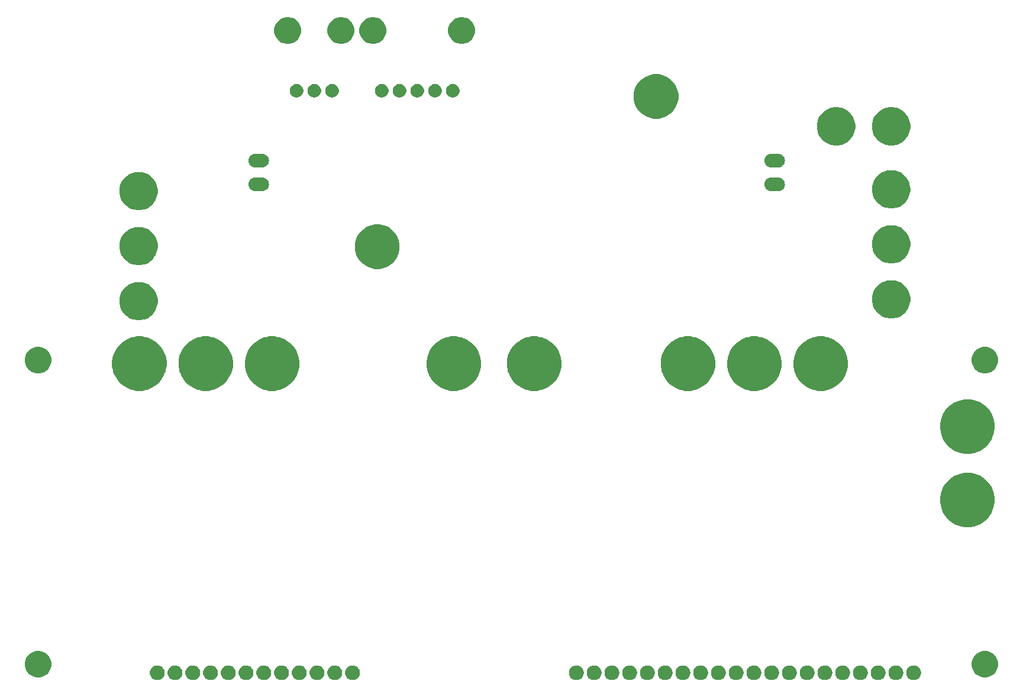
<source format=gbr>
G04 #@! TF.GenerationSoftware,KiCad,Pcbnew,(5.0.2)-1*
G04 #@! TF.CreationDate,2019-03-05T00:17:48-06:00*
G04 #@! TF.ProjectId,ODriveInterfacingBoard,4f447269-7665-4496-9e74-657266616369,rev?*
G04 #@! TF.SameCoordinates,Original*
G04 #@! TF.FileFunction,Soldermask,Bot*
G04 #@! TF.FilePolarity,Negative*
%FSLAX46Y46*%
G04 Gerber Fmt 4.6, Leading zero omitted, Abs format (unit mm)*
G04 Created by KiCad (PCBNEW (5.0.2)-1) date 3/5/2019 12:17:48 AM*
%MOMM*%
%LPD*%
G01*
G04 APERTURE LIST*
%ADD10C,0.100000*%
G04 APERTURE END LIST*
D10*
G36*
X138974605Y-143695621D02*
X139154991Y-143731501D01*
X139346079Y-143810653D01*
X139518053Y-143925562D01*
X139664306Y-144071815D01*
X139779215Y-144243789D01*
X139858367Y-144434877D01*
X139898717Y-144637735D01*
X139898717Y-144844567D01*
X139858367Y-145047425D01*
X139779215Y-145238513D01*
X139664306Y-145410487D01*
X139518053Y-145556740D01*
X139346079Y-145671649D01*
X139154991Y-145750801D01*
X138974605Y-145786681D01*
X138952134Y-145791151D01*
X138745300Y-145791151D01*
X138722829Y-145786681D01*
X138542443Y-145750801D01*
X138351355Y-145671649D01*
X138179381Y-145556740D01*
X138033128Y-145410487D01*
X137918219Y-145238513D01*
X137839067Y-145047425D01*
X137798717Y-144844567D01*
X137798717Y-144637735D01*
X137839067Y-144434877D01*
X137918219Y-144243789D01*
X138033128Y-144071815D01*
X138179381Y-143925562D01*
X138351355Y-143810653D01*
X138542443Y-143731501D01*
X138722829Y-143695621D01*
X138745300Y-143691151D01*
X138952134Y-143691151D01*
X138974605Y-143695621D01*
X138974605Y-143695621D01*
G37*
G36*
X161834605Y-143695621D02*
X162014991Y-143731501D01*
X162206079Y-143810653D01*
X162378053Y-143925562D01*
X162524306Y-144071815D01*
X162639215Y-144243789D01*
X162718367Y-144434877D01*
X162758717Y-144637735D01*
X162758717Y-144844567D01*
X162718367Y-145047425D01*
X162639215Y-145238513D01*
X162524306Y-145410487D01*
X162378053Y-145556740D01*
X162206079Y-145671649D01*
X162014991Y-145750801D01*
X161834605Y-145786681D01*
X161812134Y-145791151D01*
X161605300Y-145791151D01*
X161582829Y-145786681D01*
X161402443Y-145750801D01*
X161211355Y-145671649D01*
X161039381Y-145556740D01*
X160893128Y-145410487D01*
X160778219Y-145238513D01*
X160699067Y-145047425D01*
X160658717Y-144844567D01*
X160658717Y-144637735D01*
X160699067Y-144434877D01*
X160778219Y-144243789D01*
X160893128Y-144071815D01*
X161039381Y-143925562D01*
X161211355Y-143810653D01*
X161402443Y-143731501D01*
X161582829Y-143695621D01*
X161605300Y-143691151D01*
X161812134Y-143691151D01*
X161834605Y-143695621D01*
X161834605Y-143695621D01*
G37*
G36*
X159294605Y-143695621D02*
X159474991Y-143731501D01*
X159666079Y-143810653D01*
X159838053Y-143925562D01*
X159984306Y-144071815D01*
X160099215Y-144243789D01*
X160178367Y-144434877D01*
X160218717Y-144637735D01*
X160218717Y-144844567D01*
X160178367Y-145047425D01*
X160099215Y-145238513D01*
X159984306Y-145410487D01*
X159838053Y-145556740D01*
X159666079Y-145671649D01*
X159474991Y-145750801D01*
X159294605Y-145786681D01*
X159272134Y-145791151D01*
X159065300Y-145791151D01*
X159042829Y-145786681D01*
X158862443Y-145750801D01*
X158671355Y-145671649D01*
X158499381Y-145556740D01*
X158353128Y-145410487D01*
X158238219Y-145238513D01*
X158159067Y-145047425D01*
X158118717Y-144844567D01*
X158118717Y-144637735D01*
X158159067Y-144434877D01*
X158238219Y-144243789D01*
X158353128Y-144071815D01*
X158499381Y-143925562D01*
X158671355Y-143810653D01*
X158862443Y-143731501D01*
X159042829Y-143695621D01*
X159065300Y-143691151D01*
X159272134Y-143691151D01*
X159294605Y-143695621D01*
X159294605Y-143695621D01*
G37*
G36*
X156754605Y-143695621D02*
X156934991Y-143731501D01*
X157126079Y-143810653D01*
X157298053Y-143925562D01*
X157444306Y-144071815D01*
X157559215Y-144243789D01*
X157638367Y-144434877D01*
X157678717Y-144637735D01*
X157678717Y-144844567D01*
X157638367Y-145047425D01*
X157559215Y-145238513D01*
X157444306Y-145410487D01*
X157298053Y-145556740D01*
X157126079Y-145671649D01*
X156934991Y-145750801D01*
X156754605Y-145786681D01*
X156732134Y-145791151D01*
X156525300Y-145791151D01*
X156502829Y-145786681D01*
X156322443Y-145750801D01*
X156131355Y-145671649D01*
X155959381Y-145556740D01*
X155813128Y-145410487D01*
X155698219Y-145238513D01*
X155619067Y-145047425D01*
X155578717Y-144844567D01*
X155578717Y-144637735D01*
X155619067Y-144434877D01*
X155698219Y-144243789D01*
X155813128Y-144071815D01*
X155959381Y-143925562D01*
X156131355Y-143810653D01*
X156322443Y-143731501D01*
X156502829Y-143695621D01*
X156525300Y-143691151D01*
X156732134Y-143691151D01*
X156754605Y-143695621D01*
X156754605Y-143695621D01*
G37*
G36*
X154214605Y-143695621D02*
X154394991Y-143731501D01*
X154586079Y-143810653D01*
X154758053Y-143925562D01*
X154904306Y-144071815D01*
X155019215Y-144243789D01*
X155098367Y-144434877D01*
X155138717Y-144637735D01*
X155138717Y-144844567D01*
X155098367Y-145047425D01*
X155019215Y-145238513D01*
X154904306Y-145410487D01*
X154758053Y-145556740D01*
X154586079Y-145671649D01*
X154394991Y-145750801D01*
X154214605Y-145786681D01*
X154192134Y-145791151D01*
X153985300Y-145791151D01*
X153962829Y-145786681D01*
X153782443Y-145750801D01*
X153591355Y-145671649D01*
X153419381Y-145556740D01*
X153273128Y-145410487D01*
X153158219Y-145238513D01*
X153079067Y-145047425D01*
X153038717Y-144844567D01*
X153038717Y-144637735D01*
X153079067Y-144434877D01*
X153158219Y-144243789D01*
X153273128Y-144071815D01*
X153419381Y-143925562D01*
X153591355Y-143810653D01*
X153782443Y-143731501D01*
X153962829Y-143695621D01*
X153985300Y-143691151D01*
X154192134Y-143691151D01*
X154214605Y-143695621D01*
X154214605Y-143695621D01*
G37*
G36*
X151674605Y-143695621D02*
X151854991Y-143731501D01*
X152046079Y-143810653D01*
X152218053Y-143925562D01*
X152364306Y-144071815D01*
X152479215Y-144243789D01*
X152558367Y-144434877D01*
X152598717Y-144637735D01*
X152598717Y-144844567D01*
X152558367Y-145047425D01*
X152479215Y-145238513D01*
X152364306Y-145410487D01*
X152218053Y-145556740D01*
X152046079Y-145671649D01*
X151854991Y-145750801D01*
X151674605Y-145786681D01*
X151652134Y-145791151D01*
X151445300Y-145791151D01*
X151422829Y-145786681D01*
X151242443Y-145750801D01*
X151051355Y-145671649D01*
X150879381Y-145556740D01*
X150733128Y-145410487D01*
X150618219Y-145238513D01*
X150539067Y-145047425D01*
X150498717Y-144844567D01*
X150498717Y-144637735D01*
X150539067Y-144434877D01*
X150618219Y-144243789D01*
X150733128Y-144071815D01*
X150879381Y-143925562D01*
X151051355Y-143810653D01*
X151242443Y-143731501D01*
X151422829Y-143695621D01*
X151445300Y-143691151D01*
X151652134Y-143691151D01*
X151674605Y-143695621D01*
X151674605Y-143695621D01*
G37*
G36*
X149134605Y-143695621D02*
X149314991Y-143731501D01*
X149506079Y-143810653D01*
X149678053Y-143925562D01*
X149824306Y-144071815D01*
X149939215Y-144243789D01*
X150018367Y-144434877D01*
X150058717Y-144637735D01*
X150058717Y-144844567D01*
X150018367Y-145047425D01*
X149939215Y-145238513D01*
X149824306Y-145410487D01*
X149678053Y-145556740D01*
X149506079Y-145671649D01*
X149314991Y-145750801D01*
X149134605Y-145786681D01*
X149112134Y-145791151D01*
X148905300Y-145791151D01*
X148882829Y-145786681D01*
X148702443Y-145750801D01*
X148511355Y-145671649D01*
X148339381Y-145556740D01*
X148193128Y-145410487D01*
X148078219Y-145238513D01*
X147999067Y-145047425D01*
X147958717Y-144844567D01*
X147958717Y-144637735D01*
X147999067Y-144434877D01*
X148078219Y-144243789D01*
X148193128Y-144071815D01*
X148339381Y-143925562D01*
X148511355Y-143810653D01*
X148702443Y-143731501D01*
X148882829Y-143695621D01*
X148905300Y-143691151D01*
X149112134Y-143691151D01*
X149134605Y-143695621D01*
X149134605Y-143695621D01*
G37*
G36*
X146594605Y-143695621D02*
X146774991Y-143731501D01*
X146966079Y-143810653D01*
X147138053Y-143925562D01*
X147284306Y-144071815D01*
X147399215Y-144243789D01*
X147478367Y-144434877D01*
X147518717Y-144637735D01*
X147518717Y-144844567D01*
X147478367Y-145047425D01*
X147399215Y-145238513D01*
X147284306Y-145410487D01*
X147138053Y-145556740D01*
X146966079Y-145671649D01*
X146774991Y-145750801D01*
X146594605Y-145786681D01*
X146572134Y-145791151D01*
X146365300Y-145791151D01*
X146342829Y-145786681D01*
X146162443Y-145750801D01*
X145971355Y-145671649D01*
X145799381Y-145556740D01*
X145653128Y-145410487D01*
X145538219Y-145238513D01*
X145459067Y-145047425D01*
X145418717Y-144844567D01*
X145418717Y-144637735D01*
X145459067Y-144434877D01*
X145538219Y-144243789D01*
X145653128Y-144071815D01*
X145799381Y-143925562D01*
X145971355Y-143810653D01*
X146162443Y-143731501D01*
X146342829Y-143695621D01*
X146365300Y-143691151D01*
X146572134Y-143691151D01*
X146594605Y-143695621D01*
X146594605Y-143695621D01*
G37*
G36*
X144054605Y-143695621D02*
X144234991Y-143731501D01*
X144426079Y-143810653D01*
X144598053Y-143925562D01*
X144744306Y-144071815D01*
X144859215Y-144243789D01*
X144938367Y-144434877D01*
X144978717Y-144637735D01*
X144978717Y-144844567D01*
X144938367Y-145047425D01*
X144859215Y-145238513D01*
X144744306Y-145410487D01*
X144598053Y-145556740D01*
X144426079Y-145671649D01*
X144234991Y-145750801D01*
X144054605Y-145786681D01*
X144032134Y-145791151D01*
X143825300Y-145791151D01*
X143802829Y-145786681D01*
X143622443Y-145750801D01*
X143431355Y-145671649D01*
X143259381Y-145556740D01*
X143113128Y-145410487D01*
X142998219Y-145238513D01*
X142919067Y-145047425D01*
X142878717Y-144844567D01*
X142878717Y-144637735D01*
X142919067Y-144434877D01*
X142998219Y-144243789D01*
X143113128Y-144071815D01*
X143259381Y-143925562D01*
X143431355Y-143810653D01*
X143622443Y-143731501D01*
X143802829Y-143695621D01*
X143825300Y-143691151D01*
X144032134Y-143691151D01*
X144054605Y-143695621D01*
X144054605Y-143695621D01*
G37*
G36*
X118654605Y-143695621D02*
X118834991Y-143731501D01*
X119026079Y-143810653D01*
X119198053Y-143925562D01*
X119344306Y-144071815D01*
X119459215Y-144243789D01*
X119538367Y-144434877D01*
X119578717Y-144637735D01*
X119578717Y-144844567D01*
X119538367Y-145047425D01*
X119459215Y-145238513D01*
X119344306Y-145410487D01*
X119198053Y-145556740D01*
X119026079Y-145671649D01*
X118834991Y-145750801D01*
X118654605Y-145786681D01*
X118632134Y-145791151D01*
X118425300Y-145791151D01*
X118402829Y-145786681D01*
X118222443Y-145750801D01*
X118031355Y-145671649D01*
X117859381Y-145556740D01*
X117713128Y-145410487D01*
X117598219Y-145238513D01*
X117519067Y-145047425D01*
X117478717Y-144844567D01*
X117478717Y-144637735D01*
X117519067Y-144434877D01*
X117598219Y-144243789D01*
X117713128Y-144071815D01*
X117859381Y-143925562D01*
X118031355Y-143810653D01*
X118222443Y-143731501D01*
X118402829Y-143695621D01*
X118425300Y-143691151D01*
X118632134Y-143691151D01*
X118654605Y-143695621D01*
X118654605Y-143695621D01*
G37*
G36*
X136434605Y-143695621D02*
X136614991Y-143731501D01*
X136806079Y-143810653D01*
X136978053Y-143925562D01*
X137124306Y-144071815D01*
X137239215Y-144243789D01*
X137318367Y-144434877D01*
X137358717Y-144637735D01*
X137358717Y-144844567D01*
X137318367Y-145047425D01*
X137239215Y-145238513D01*
X137124306Y-145410487D01*
X136978053Y-145556740D01*
X136806079Y-145671649D01*
X136614991Y-145750801D01*
X136434605Y-145786681D01*
X136412134Y-145791151D01*
X136205300Y-145791151D01*
X136182829Y-145786681D01*
X136002443Y-145750801D01*
X135811355Y-145671649D01*
X135639381Y-145556740D01*
X135493128Y-145410487D01*
X135378219Y-145238513D01*
X135299067Y-145047425D01*
X135258717Y-144844567D01*
X135258717Y-144637735D01*
X135299067Y-144434877D01*
X135378219Y-144243789D01*
X135493128Y-144071815D01*
X135639381Y-143925562D01*
X135811355Y-143810653D01*
X136002443Y-143731501D01*
X136182829Y-143695621D01*
X136205300Y-143691151D01*
X136412134Y-143691151D01*
X136434605Y-143695621D01*
X136434605Y-143695621D01*
G37*
G36*
X133894605Y-143695621D02*
X134074991Y-143731501D01*
X134266079Y-143810653D01*
X134438053Y-143925562D01*
X134584306Y-144071815D01*
X134699215Y-144243789D01*
X134778367Y-144434877D01*
X134818717Y-144637735D01*
X134818717Y-144844567D01*
X134778367Y-145047425D01*
X134699215Y-145238513D01*
X134584306Y-145410487D01*
X134438053Y-145556740D01*
X134266079Y-145671649D01*
X134074991Y-145750801D01*
X133894605Y-145786681D01*
X133872134Y-145791151D01*
X133665300Y-145791151D01*
X133642829Y-145786681D01*
X133462443Y-145750801D01*
X133271355Y-145671649D01*
X133099381Y-145556740D01*
X132953128Y-145410487D01*
X132838219Y-145238513D01*
X132759067Y-145047425D01*
X132718717Y-144844567D01*
X132718717Y-144637735D01*
X132759067Y-144434877D01*
X132838219Y-144243789D01*
X132953128Y-144071815D01*
X133099381Y-143925562D01*
X133271355Y-143810653D01*
X133462443Y-143731501D01*
X133642829Y-143695621D01*
X133665300Y-143691151D01*
X133872134Y-143691151D01*
X133894605Y-143695621D01*
X133894605Y-143695621D01*
G37*
G36*
X131354605Y-143695621D02*
X131534991Y-143731501D01*
X131726079Y-143810653D01*
X131898053Y-143925562D01*
X132044306Y-144071815D01*
X132159215Y-144243789D01*
X132238367Y-144434877D01*
X132278717Y-144637735D01*
X132278717Y-144844567D01*
X132238367Y-145047425D01*
X132159215Y-145238513D01*
X132044306Y-145410487D01*
X131898053Y-145556740D01*
X131726079Y-145671649D01*
X131534991Y-145750801D01*
X131354605Y-145786681D01*
X131332134Y-145791151D01*
X131125300Y-145791151D01*
X131102829Y-145786681D01*
X130922443Y-145750801D01*
X130731355Y-145671649D01*
X130559381Y-145556740D01*
X130413128Y-145410487D01*
X130298219Y-145238513D01*
X130219067Y-145047425D01*
X130178717Y-144844567D01*
X130178717Y-144637735D01*
X130219067Y-144434877D01*
X130298219Y-144243789D01*
X130413128Y-144071815D01*
X130559381Y-143925562D01*
X130731355Y-143810653D01*
X130922443Y-143731501D01*
X131102829Y-143695621D01*
X131125300Y-143691151D01*
X131332134Y-143691151D01*
X131354605Y-143695621D01*
X131354605Y-143695621D01*
G37*
G36*
X128814605Y-143695621D02*
X128994991Y-143731501D01*
X129186079Y-143810653D01*
X129358053Y-143925562D01*
X129504306Y-144071815D01*
X129619215Y-144243789D01*
X129698367Y-144434877D01*
X129738717Y-144637735D01*
X129738717Y-144844567D01*
X129698367Y-145047425D01*
X129619215Y-145238513D01*
X129504306Y-145410487D01*
X129358053Y-145556740D01*
X129186079Y-145671649D01*
X128994991Y-145750801D01*
X128814605Y-145786681D01*
X128792134Y-145791151D01*
X128585300Y-145791151D01*
X128562829Y-145786681D01*
X128382443Y-145750801D01*
X128191355Y-145671649D01*
X128019381Y-145556740D01*
X127873128Y-145410487D01*
X127758219Y-145238513D01*
X127679067Y-145047425D01*
X127638717Y-144844567D01*
X127638717Y-144637735D01*
X127679067Y-144434877D01*
X127758219Y-144243789D01*
X127873128Y-144071815D01*
X128019381Y-143925562D01*
X128191355Y-143810653D01*
X128382443Y-143731501D01*
X128562829Y-143695621D01*
X128585300Y-143691151D01*
X128792134Y-143691151D01*
X128814605Y-143695621D01*
X128814605Y-143695621D01*
G37*
G36*
X126274605Y-143695621D02*
X126454991Y-143731501D01*
X126646079Y-143810653D01*
X126818053Y-143925562D01*
X126964306Y-144071815D01*
X127079215Y-144243789D01*
X127158367Y-144434877D01*
X127198717Y-144637735D01*
X127198717Y-144844567D01*
X127158367Y-145047425D01*
X127079215Y-145238513D01*
X126964306Y-145410487D01*
X126818053Y-145556740D01*
X126646079Y-145671649D01*
X126454991Y-145750801D01*
X126274605Y-145786681D01*
X126252134Y-145791151D01*
X126045300Y-145791151D01*
X126022829Y-145786681D01*
X125842443Y-145750801D01*
X125651355Y-145671649D01*
X125479381Y-145556740D01*
X125333128Y-145410487D01*
X125218219Y-145238513D01*
X125139067Y-145047425D01*
X125098717Y-144844567D01*
X125098717Y-144637735D01*
X125139067Y-144434877D01*
X125218219Y-144243789D01*
X125333128Y-144071815D01*
X125479381Y-143925562D01*
X125651355Y-143810653D01*
X125842443Y-143731501D01*
X126022829Y-143695621D01*
X126045300Y-143691151D01*
X126252134Y-143691151D01*
X126274605Y-143695621D01*
X126274605Y-143695621D01*
G37*
G36*
X123734605Y-143695621D02*
X123914991Y-143731501D01*
X124106079Y-143810653D01*
X124278053Y-143925562D01*
X124424306Y-144071815D01*
X124539215Y-144243789D01*
X124618367Y-144434877D01*
X124658717Y-144637735D01*
X124658717Y-144844567D01*
X124618367Y-145047425D01*
X124539215Y-145238513D01*
X124424306Y-145410487D01*
X124278053Y-145556740D01*
X124106079Y-145671649D01*
X123914991Y-145750801D01*
X123734605Y-145786681D01*
X123712134Y-145791151D01*
X123505300Y-145791151D01*
X123482829Y-145786681D01*
X123302443Y-145750801D01*
X123111355Y-145671649D01*
X122939381Y-145556740D01*
X122793128Y-145410487D01*
X122678219Y-145238513D01*
X122599067Y-145047425D01*
X122558717Y-144844567D01*
X122558717Y-144637735D01*
X122599067Y-144434877D01*
X122678219Y-144243789D01*
X122793128Y-144071815D01*
X122939381Y-143925562D01*
X123111355Y-143810653D01*
X123302443Y-143731501D01*
X123482829Y-143695621D01*
X123505300Y-143691151D01*
X123712134Y-143691151D01*
X123734605Y-143695621D01*
X123734605Y-143695621D01*
G37*
G36*
X71374637Y-143695621D02*
X71555023Y-143731501D01*
X71746111Y-143810653D01*
X71918085Y-143925562D01*
X72064338Y-144071815D01*
X72179247Y-144243789D01*
X72258399Y-144434877D01*
X72298749Y-144637735D01*
X72298749Y-144844567D01*
X72258399Y-145047425D01*
X72179247Y-145238513D01*
X72064338Y-145410487D01*
X71918085Y-145556740D01*
X71746111Y-145671649D01*
X71555023Y-145750801D01*
X71374637Y-145786681D01*
X71352166Y-145791151D01*
X71145332Y-145791151D01*
X71122861Y-145786681D01*
X70942475Y-145750801D01*
X70751387Y-145671649D01*
X70579413Y-145556740D01*
X70433160Y-145410487D01*
X70318251Y-145238513D01*
X70239099Y-145047425D01*
X70198749Y-144844567D01*
X70198749Y-144637735D01*
X70239099Y-144434877D01*
X70318251Y-144243789D01*
X70433160Y-144071815D01*
X70579413Y-143925562D01*
X70751387Y-143810653D01*
X70942475Y-143731501D01*
X71122861Y-143695621D01*
X71145332Y-143691151D01*
X71352166Y-143691151D01*
X71374637Y-143695621D01*
X71374637Y-143695621D01*
G37*
G36*
X164374605Y-143695621D02*
X164554991Y-143731501D01*
X164746079Y-143810653D01*
X164918053Y-143925562D01*
X165064306Y-144071815D01*
X165179215Y-144243789D01*
X165258367Y-144434877D01*
X165298717Y-144637735D01*
X165298717Y-144844567D01*
X165258367Y-145047425D01*
X165179215Y-145238513D01*
X165064306Y-145410487D01*
X164918053Y-145556740D01*
X164746079Y-145671649D01*
X164554991Y-145750801D01*
X164374605Y-145786681D01*
X164352134Y-145791151D01*
X164145300Y-145791151D01*
X164122829Y-145786681D01*
X163942443Y-145750801D01*
X163751355Y-145671649D01*
X163579381Y-145556740D01*
X163433128Y-145410487D01*
X163318219Y-145238513D01*
X163239067Y-145047425D01*
X163198717Y-144844567D01*
X163198717Y-144637735D01*
X163239067Y-144434877D01*
X163318219Y-144243789D01*
X163433128Y-144071815D01*
X163579381Y-143925562D01*
X163751355Y-143810653D01*
X163942443Y-143731501D01*
X164122829Y-143695621D01*
X164145300Y-143691151D01*
X164352134Y-143691151D01*
X164374605Y-143695621D01*
X164374605Y-143695621D01*
G37*
G36*
X116114605Y-143695621D02*
X116294991Y-143731501D01*
X116486079Y-143810653D01*
X116658053Y-143925562D01*
X116804306Y-144071815D01*
X116919215Y-144243789D01*
X116998367Y-144434877D01*
X117038717Y-144637735D01*
X117038717Y-144844567D01*
X116998367Y-145047425D01*
X116919215Y-145238513D01*
X116804306Y-145410487D01*
X116658053Y-145556740D01*
X116486079Y-145671649D01*
X116294991Y-145750801D01*
X116114605Y-145786681D01*
X116092134Y-145791151D01*
X115885300Y-145791151D01*
X115862829Y-145786681D01*
X115682443Y-145750801D01*
X115491355Y-145671649D01*
X115319381Y-145556740D01*
X115173128Y-145410487D01*
X115058219Y-145238513D01*
X114979067Y-145047425D01*
X114938717Y-144844567D01*
X114938717Y-144637735D01*
X114979067Y-144434877D01*
X115058219Y-144243789D01*
X115173128Y-144071815D01*
X115319381Y-143925562D01*
X115491355Y-143810653D01*
X115682443Y-143731501D01*
X115862829Y-143695621D01*
X115885300Y-143691151D01*
X116092134Y-143691151D01*
X116114605Y-143695621D01*
X116114605Y-143695621D01*
G37*
G36*
X56134637Y-143695621D02*
X56315023Y-143731501D01*
X56506111Y-143810653D01*
X56678085Y-143925562D01*
X56824338Y-144071815D01*
X56939247Y-144243789D01*
X57018399Y-144434877D01*
X57058749Y-144637735D01*
X57058749Y-144844567D01*
X57018399Y-145047425D01*
X56939247Y-145238513D01*
X56824338Y-145410487D01*
X56678085Y-145556740D01*
X56506111Y-145671649D01*
X56315023Y-145750801D01*
X56134637Y-145786681D01*
X56112166Y-145791151D01*
X55905332Y-145791151D01*
X55882861Y-145786681D01*
X55702475Y-145750801D01*
X55511387Y-145671649D01*
X55339413Y-145556740D01*
X55193160Y-145410487D01*
X55078251Y-145238513D01*
X54999099Y-145047425D01*
X54958749Y-144844567D01*
X54958749Y-144637735D01*
X54999099Y-144434877D01*
X55078251Y-144243789D01*
X55193160Y-144071815D01*
X55339413Y-143925562D01*
X55511387Y-143810653D01*
X55702475Y-143731501D01*
X55882861Y-143695621D01*
X55905332Y-143691151D01*
X56112166Y-143691151D01*
X56134637Y-143695621D01*
X56134637Y-143695621D01*
G37*
G36*
X58674637Y-143695621D02*
X58855023Y-143731501D01*
X59046111Y-143810653D01*
X59218085Y-143925562D01*
X59364338Y-144071815D01*
X59479247Y-144243789D01*
X59558399Y-144434877D01*
X59598749Y-144637735D01*
X59598749Y-144844567D01*
X59558399Y-145047425D01*
X59479247Y-145238513D01*
X59364338Y-145410487D01*
X59218085Y-145556740D01*
X59046111Y-145671649D01*
X58855023Y-145750801D01*
X58674637Y-145786681D01*
X58652166Y-145791151D01*
X58445332Y-145791151D01*
X58422861Y-145786681D01*
X58242475Y-145750801D01*
X58051387Y-145671649D01*
X57879413Y-145556740D01*
X57733160Y-145410487D01*
X57618251Y-145238513D01*
X57539099Y-145047425D01*
X57498749Y-144844567D01*
X57498749Y-144637735D01*
X57539099Y-144434877D01*
X57618251Y-144243789D01*
X57733160Y-144071815D01*
X57879413Y-143925562D01*
X58051387Y-143810653D01*
X58242475Y-143731501D01*
X58422861Y-143695621D01*
X58445332Y-143691151D01*
X58652166Y-143691151D01*
X58674637Y-143695621D01*
X58674637Y-143695621D01*
G37*
G36*
X61214637Y-143695621D02*
X61395023Y-143731501D01*
X61586111Y-143810653D01*
X61758085Y-143925562D01*
X61904338Y-144071815D01*
X62019247Y-144243789D01*
X62098399Y-144434877D01*
X62138749Y-144637735D01*
X62138749Y-144844567D01*
X62098399Y-145047425D01*
X62019247Y-145238513D01*
X61904338Y-145410487D01*
X61758085Y-145556740D01*
X61586111Y-145671649D01*
X61395023Y-145750801D01*
X61214637Y-145786681D01*
X61192166Y-145791151D01*
X60985332Y-145791151D01*
X60962861Y-145786681D01*
X60782475Y-145750801D01*
X60591387Y-145671649D01*
X60419413Y-145556740D01*
X60273160Y-145410487D01*
X60158251Y-145238513D01*
X60079099Y-145047425D01*
X60038749Y-144844567D01*
X60038749Y-144637735D01*
X60079099Y-144434877D01*
X60158251Y-144243789D01*
X60273160Y-144071815D01*
X60419413Y-143925562D01*
X60591387Y-143810653D01*
X60782475Y-143731501D01*
X60962861Y-143695621D01*
X60985332Y-143691151D01*
X61192166Y-143691151D01*
X61214637Y-143695621D01*
X61214637Y-143695621D01*
G37*
G36*
X63754637Y-143695621D02*
X63935023Y-143731501D01*
X64126111Y-143810653D01*
X64298085Y-143925562D01*
X64444338Y-144071815D01*
X64559247Y-144243789D01*
X64638399Y-144434877D01*
X64678749Y-144637735D01*
X64678749Y-144844567D01*
X64638399Y-145047425D01*
X64559247Y-145238513D01*
X64444338Y-145410487D01*
X64298085Y-145556740D01*
X64126111Y-145671649D01*
X63935023Y-145750801D01*
X63754637Y-145786681D01*
X63732166Y-145791151D01*
X63525332Y-145791151D01*
X63502861Y-145786681D01*
X63322475Y-145750801D01*
X63131387Y-145671649D01*
X62959413Y-145556740D01*
X62813160Y-145410487D01*
X62698251Y-145238513D01*
X62619099Y-145047425D01*
X62578749Y-144844567D01*
X62578749Y-144637735D01*
X62619099Y-144434877D01*
X62698251Y-144243789D01*
X62813160Y-144071815D01*
X62959413Y-143925562D01*
X63131387Y-143810653D01*
X63322475Y-143731501D01*
X63502861Y-143695621D01*
X63525332Y-143691151D01*
X63732166Y-143691151D01*
X63754637Y-143695621D01*
X63754637Y-143695621D01*
G37*
G36*
X66294637Y-143695621D02*
X66475023Y-143731501D01*
X66666111Y-143810653D01*
X66838085Y-143925562D01*
X66984338Y-144071815D01*
X67099247Y-144243789D01*
X67178399Y-144434877D01*
X67218749Y-144637735D01*
X67218749Y-144844567D01*
X67178399Y-145047425D01*
X67099247Y-145238513D01*
X66984338Y-145410487D01*
X66838085Y-145556740D01*
X66666111Y-145671649D01*
X66475023Y-145750801D01*
X66294637Y-145786681D01*
X66272166Y-145791151D01*
X66065332Y-145791151D01*
X66042861Y-145786681D01*
X65862475Y-145750801D01*
X65671387Y-145671649D01*
X65499413Y-145556740D01*
X65353160Y-145410487D01*
X65238251Y-145238513D01*
X65159099Y-145047425D01*
X65118749Y-144844567D01*
X65118749Y-144637735D01*
X65159099Y-144434877D01*
X65238251Y-144243789D01*
X65353160Y-144071815D01*
X65499413Y-143925562D01*
X65671387Y-143810653D01*
X65862475Y-143731501D01*
X66042861Y-143695621D01*
X66065332Y-143691151D01*
X66272166Y-143691151D01*
X66294637Y-143695621D01*
X66294637Y-143695621D01*
G37*
G36*
X68834637Y-143695621D02*
X69015023Y-143731501D01*
X69206111Y-143810653D01*
X69378085Y-143925562D01*
X69524338Y-144071815D01*
X69639247Y-144243789D01*
X69718399Y-144434877D01*
X69758749Y-144637735D01*
X69758749Y-144844567D01*
X69718399Y-145047425D01*
X69639247Y-145238513D01*
X69524338Y-145410487D01*
X69378085Y-145556740D01*
X69206111Y-145671649D01*
X69015023Y-145750801D01*
X68834637Y-145786681D01*
X68812166Y-145791151D01*
X68605332Y-145791151D01*
X68582861Y-145786681D01*
X68402475Y-145750801D01*
X68211387Y-145671649D01*
X68039413Y-145556740D01*
X67893160Y-145410487D01*
X67778251Y-145238513D01*
X67699099Y-145047425D01*
X67658749Y-144844567D01*
X67658749Y-144637735D01*
X67699099Y-144434877D01*
X67778251Y-144243789D01*
X67893160Y-144071815D01*
X68039413Y-143925562D01*
X68211387Y-143810653D01*
X68402475Y-143731501D01*
X68582861Y-143695621D01*
X68605332Y-143691151D01*
X68812166Y-143691151D01*
X68834637Y-143695621D01*
X68834637Y-143695621D01*
G37*
G36*
X121194605Y-143695621D02*
X121374991Y-143731501D01*
X121566079Y-143810653D01*
X121738053Y-143925562D01*
X121884306Y-144071815D01*
X121999215Y-144243789D01*
X122078367Y-144434877D01*
X122118717Y-144637735D01*
X122118717Y-144844567D01*
X122078367Y-145047425D01*
X121999215Y-145238513D01*
X121884306Y-145410487D01*
X121738053Y-145556740D01*
X121566079Y-145671649D01*
X121374991Y-145750801D01*
X121194605Y-145786681D01*
X121172134Y-145791151D01*
X120965300Y-145791151D01*
X120942829Y-145786681D01*
X120762443Y-145750801D01*
X120571355Y-145671649D01*
X120399381Y-145556740D01*
X120253128Y-145410487D01*
X120138219Y-145238513D01*
X120059067Y-145047425D01*
X120018717Y-144844567D01*
X120018717Y-144637735D01*
X120059067Y-144434877D01*
X120138219Y-144243789D01*
X120253128Y-144071815D01*
X120399381Y-143925562D01*
X120571355Y-143810653D01*
X120762443Y-143731501D01*
X120942829Y-143695621D01*
X120965300Y-143691151D01*
X121172134Y-143691151D01*
X121194605Y-143695621D01*
X121194605Y-143695621D01*
G37*
G36*
X73914637Y-143695621D02*
X74095023Y-143731501D01*
X74286111Y-143810653D01*
X74458085Y-143925562D01*
X74604338Y-144071815D01*
X74719247Y-144243789D01*
X74798399Y-144434877D01*
X74838749Y-144637735D01*
X74838749Y-144844567D01*
X74798399Y-145047425D01*
X74719247Y-145238513D01*
X74604338Y-145410487D01*
X74458085Y-145556740D01*
X74286111Y-145671649D01*
X74095023Y-145750801D01*
X73914637Y-145786681D01*
X73892166Y-145791151D01*
X73685332Y-145791151D01*
X73662861Y-145786681D01*
X73482475Y-145750801D01*
X73291387Y-145671649D01*
X73119413Y-145556740D01*
X72973160Y-145410487D01*
X72858251Y-145238513D01*
X72779099Y-145047425D01*
X72738749Y-144844567D01*
X72738749Y-144637735D01*
X72779099Y-144434877D01*
X72858251Y-144243789D01*
X72973160Y-144071815D01*
X73119413Y-143925562D01*
X73291387Y-143810653D01*
X73482475Y-143731501D01*
X73662861Y-143695621D01*
X73685332Y-143691151D01*
X73892166Y-143691151D01*
X73914637Y-143695621D01*
X73914637Y-143695621D01*
G37*
G36*
X76454637Y-143695621D02*
X76635023Y-143731501D01*
X76826111Y-143810653D01*
X76998085Y-143925562D01*
X77144338Y-144071815D01*
X77259247Y-144243789D01*
X77338399Y-144434877D01*
X77378749Y-144637735D01*
X77378749Y-144844567D01*
X77338399Y-145047425D01*
X77259247Y-145238513D01*
X77144338Y-145410487D01*
X76998085Y-145556740D01*
X76826111Y-145671649D01*
X76635023Y-145750801D01*
X76454637Y-145786681D01*
X76432166Y-145791151D01*
X76225332Y-145791151D01*
X76202861Y-145786681D01*
X76022475Y-145750801D01*
X75831387Y-145671649D01*
X75659413Y-145556740D01*
X75513160Y-145410487D01*
X75398251Y-145238513D01*
X75319099Y-145047425D01*
X75278749Y-144844567D01*
X75278749Y-144637735D01*
X75319099Y-144434877D01*
X75398251Y-144243789D01*
X75513160Y-144071815D01*
X75659413Y-143925562D01*
X75831387Y-143810653D01*
X76022475Y-143731501D01*
X76202861Y-143695621D01*
X76225332Y-143691151D01*
X76432166Y-143691151D01*
X76454637Y-143695621D01*
X76454637Y-143695621D01*
G37*
G36*
X78994637Y-143695621D02*
X79175023Y-143731501D01*
X79366111Y-143810653D01*
X79538085Y-143925562D01*
X79684338Y-144071815D01*
X79799247Y-144243789D01*
X79878399Y-144434877D01*
X79918749Y-144637735D01*
X79918749Y-144844567D01*
X79878399Y-145047425D01*
X79799247Y-145238513D01*
X79684338Y-145410487D01*
X79538085Y-145556740D01*
X79366111Y-145671649D01*
X79175023Y-145750801D01*
X78994637Y-145786681D01*
X78972166Y-145791151D01*
X78765332Y-145791151D01*
X78742861Y-145786681D01*
X78562475Y-145750801D01*
X78371387Y-145671649D01*
X78199413Y-145556740D01*
X78053160Y-145410487D01*
X77938251Y-145238513D01*
X77859099Y-145047425D01*
X77818749Y-144844567D01*
X77818749Y-144637735D01*
X77859099Y-144434877D01*
X77938251Y-144243789D01*
X78053160Y-144071815D01*
X78199413Y-143925562D01*
X78371387Y-143810653D01*
X78562475Y-143731501D01*
X78742861Y-143695621D01*
X78765332Y-143691151D01*
X78972166Y-143691151D01*
X78994637Y-143695621D01*
X78994637Y-143695621D01*
G37*
G36*
X81534637Y-143695621D02*
X81715023Y-143731501D01*
X81906111Y-143810653D01*
X82078085Y-143925562D01*
X82224338Y-144071815D01*
X82339247Y-144243789D01*
X82418399Y-144434877D01*
X82458749Y-144637735D01*
X82458749Y-144844567D01*
X82418399Y-145047425D01*
X82339247Y-145238513D01*
X82224338Y-145410487D01*
X82078085Y-145556740D01*
X81906111Y-145671649D01*
X81715023Y-145750801D01*
X81534637Y-145786681D01*
X81512166Y-145791151D01*
X81305332Y-145791151D01*
X81282861Y-145786681D01*
X81102475Y-145750801D01*
X80911387Y-145671649D01*
X80739413Y-145556740D01*
X80593160Y-145410487D01*
X80478251Y-145238513D01*
X80399099Y-145047425D01*
X80358749Y-144844567D01*
X80358749Y-144637735D01*
X80399099Y-144434877D01*
X80478251Y-144243789D01*
X80593160Y-144071815D01*
X80739413Y-143925562D01*
X80911387Y-143810653D01*
X81102475Y-143731501D01*
X81282861Y-143695621D01*
X81305332Y-143691151D01*
X81512166Y-143691151D01*
X81534637Y-143695621D01*
X81534637Y-143695621D01*
G37*
G36*
X84074637Y-143695621D02*
X84255023Y-143731501D01*
X84446111Y-143810653D01*
X84618085Y-143925562D01*
X84764338Y-144071815D01*
X84879247Y-144243789D01*
X84958399Y-144434877D01*
X84998749Y-144637735D01*
X84998749Y-144844567D01*
X84958399Y-145047425D01*
X84879247Y-145238513D01*
X84764338Y-145410487D01*
X84618085Y-145556740D01*
X84446111Y-145671649D01*
X84255023Y-145750801D01*
X84074637Y-145786681D01*
X84052166Y-145791151D01*
X83845332Y-145791151D01*
X83822861Y-145786681D01*
X83642475Y-145750801D01*
X83451387Y-145671649D01*
X83279413Y-145556740D01*
X83133160Y-145410487D01*
X83018251Y-145238513D01*
X82939099Y-145047425D01*
X82898749Y-144844567D01*
X82898749Y-144637735D01*
X82939099Y-144434877D01*
X83018251Y-144243789D01*
X83133160Y-144071815D01*
X83279413Y-143925562D01*
X83451387Y-143810653D01*
X83642475Y-143731501D01*
X83822861Y-143695621D01*
X83845332Y-143691151D01*
X84052166Y-143691151D01*
X84074637Y-143695621D01*
X84074637Y-143695621D01*
G37*
G36*
X141514605Y-143695621D02*
X141694991Y-143731501D01*
X141886079Y-143810653D01*
X142058053Y-143925562D01*
X142204306Y-144071815D01*
X142319215Y-144243789D01*
X142398367Y-144434877D01*
X142438717Y-144637735D01*
X142438717Y-144844567D01*
X142398367Y-145047425D01*
X142319215Y-145238513D01*
X142204306Y-145410487D01*
X142058053Y-145556740D01*
X141886079Y-145671649D01*
X141694991Y-145750801D01*
X141514605Y-145786681D01*
X141492134Y-145791151D01*
X141285300Y-145791151D01*
X141262829Y-145786681D01*
X141082443Y-145750801D01*
X140891355Y-145671649D01*
X140719381Y-145556740D01*
X140573128Y-145410487D01*
X140458219Y-145238513D01*
X140379067Y-145047425D01*
X140338717Y-144844567D01*
X140338717Y-144637735D01*
X140379067Y-144434877D01*
X140458219Y-144243789D01*
X140573128Y-144071815D01*
X140719381Y-143925562D01*
X140891355Y-143810653D01*
X141082443Y-143731501D01*
X141262829Y-143695621D01*
X141285300Y-143691151D01*
X141492134Y-143691151D01*
X141514605Y-143695621D01*
X141514605Y-143695621D01*
G37*
G36*
X175002926Y-141684167D02*
X175348703Y-141827392D01*
X175659899Y-142035327D01*
X175924541Y-142299969D01*
X176132476Y-142611165D01*
X176275701Y-142956942D01*
X176348717Y-143324016D01*
X176348717Y-143698286D01*
X176275701Y-144065360D01*
X176132476Y-144411137D01*
X175924541Y-144722333D01*
X175659899Y-144986975D01*
X175348703Y-145194910D01*
X175002926Y-145338135D01*
X174635852Y-145411151D01*
X174261582Y-145411151D01*
X173894508Y-145338135D01*
X173548731Y-145194910D01*
X173237535Y-144986975D01*
X172972893Y-144722333D01*
X172764958Y-144411137D01*
X172621733Y-144065360D01*
X172548717Y-143698286D01*
X172548717Y-143324016D01*
X172621733Y-142956942D01*
X172764958Y-142611165D01*
X172972893Y-142299969D01*
X173237535Y-142035327D01*
X173548731Y-141827392D01*
X173894508Y-141684167D01*
X174261582Y-141611151D01*
X174635852Y-141611151D01*
X175002926Y-141684167D01*
X175002926Y-141684167D01*
G37*
G36*
X39502926Y-141684167D02*
X39848703Y-141827392D01*
X40159899Y-142035327D01*
X40424541Y-142299969D01*
X40632476Y-142611165D01*
X40775701Y-142956942D01*
X40848717Y-143324016D01*
X40848717Y-143698286D01*
X40775701Y-144065360D01*
X40632476Y-144411137D01*
X40424541Y-144722333D01*
X40159899Y-144986975D01*
X39848703Y-145194910D01*
X39502926Y-145338135D01*
X39135852Y-145411151D01*
X38761582Y-145411151D01*
X38394508Y-145338135D01*
X38048731Y-145194910D01*
X37737535Y-144986975D01*
X37472893Y-144722333D01*
X37264958Y-144411137D01*
X37121733Y-144065360D01*
X37048717Y-143698286D01*
X37048717Y-143324016D01*
X37121733Y-142956942D01*
X37264958Y-142611165D01*
X37472893Y-142299969D01*
X37737535Y-142035327D01*
X38048731Y-141827392D01*
X38394508Y-141684167D01*
X38761582Y-141611151D01*
X39135852Y-141611151D01*
X39502926Y-141684167D01*
X39502926Y-141684167D01*
G37*
G36*
X172835148Y-116211068D02*
X173086305Y-116261026D01*
X173796060Y-116555016D01*
X174426318Y-116976142D01*
X174434825Y-116981826D01*
X174978042Y-117525043D01*
X175404853Y-118163810D01*
X175698842Y-118873564D01*
X175848717Y-119627033D01*
X175848717Y-120395269D01*
X175698842Y-121148738D01*
X175404853Y-121858492D01*
X174978042Y-122497259D01*
X174434825Y-123040476D01*
X174434822Y-123040478D01*
X173796060Y-123467286D01*
X173086305Y-123761276D01*
X172835148Y-123811234D01*
X172332835Y-123911151D01*
X171564599Y-123911151D01*
X171062286Y-123811234D01*
X170811129Y-123761276D01*
X170101374Y-123467286D01*
X169462612Y-123040478D01*
X169462609Y-123040476D01*
X168919392Y-122497259D01*
X168492581Y-121858492D01*
X168198592Y-121148738D01*
X168048717Y-120395269D01*
X168048717Y-119627033D01*
X168198592Y-118873564D01*
X168492581Y-118163810D01*
X168919392Y-117525043D01*
X169462609Y-116981826D01*
X169471116Y-116976142D01*
X170101374Y-116555016D01*
X170811129Y-116261026D01*
X171062286Y-116211068D01*
X171564599Y-116111151D01*
X172332835Y-116111151D01*
X172835148Y-116211068D01*
X172835148Y-116211068D01*
G37*
G36*
X172835148Y-105711068D02*
X173086305Y-105761026D01*
X173796060Y-106055016D01*
X174426318Y-106476142D01*
X174434825Y-106481826D01*
X174978042Y-107025043D01*
X175404853Y-107663810D01*
X175698842Y-108373564D01*
X175848717Y-109127033D01*
X175848717Y-109895269D01*
X175698842Y-110648738D01*
X175404853Y-111358492D01*
X174978042Y-111997259D01*
X174434825Y-112540476D01*
X174434822Y-112540478D01*
X173796060Y-112967286D01*
X173086305Y-113261276D01*
X172835148Y-113311234D01*
X172332835Y-113411151D01*
X171564599Y-113411151D01*
X171062286Y-113311234D01*
X170811129Y-113261276D01*
X170101374Y-112967286D01*
X169462612Y-112540478D01*
X169462609Y-112540476D01*
X168919392Y-111997259D01*
X168492581Y-111358492D01*
X168198592Y-110648738D01*
X168048717Y-109895269D01*
X168048717Y-109127033D01*
X168198592Y-108373564D01*
X168492581Y-107663810D01*
X168919392Y-107025043D01*
X169462609Y-106481826D01*
X169471116Y-106476142D01*
X170101374Y-106055016D01*
X170811129Y-105761026D01*
X171062286Y-105711068D01*
X171564599Y-105611151D01*
X172332835Y-105611151D01*
X172835148Y-105711068D01*
X172835148Y-105711068D01*
G37*
G36*
X151835148Y-96711068D02*
X152086305Y-96761026D01*
X152796060Y-97055016D01*
X153426318Y-97476142D01*
X153434825Y-97481826D01*
X153978042Y-98025043D01*
X153978044Y-98025046D01*
X154319004Y-98535327D01*
X154404853Y-98663810D01*
X154698842Y-99373564D01*
X154848717Y-100127033D01*
X154848717Y-100895269D01*
X154748800Y-101397582D01*
X154698842Y-101648739D01*
X154590147Y-101911151D01*
X154404853Y-102358492D01*
X153978042Y-102997259D01*
X153434825Y-103540476D01*
X153434822Y-103540478D01*
X152796060Y-103967286D01*
X152086305Y-104261276D01*
X151835148Y-104311234D01*
X151332835Y-104411151D01*
X150564599Y-104411151D01*
X150062286Y-104311234D01*
X149811129Y-104261276D01*
X149101374Y-103967286D01*
X148462612Y-103540478D01*
X148462609Y-103540476D01*
X147919392Y-102997259D01*
X147492581Y-102358492D01*
X147307287Y-101911151D01*
X147198592Y-101648739D01*
X147148634Y-101397582D01*
X147048717Y-100895269D01*
X147048717Y-100127033D01*
X147198592Y-99373564D01*
X147492581Y-98663810D01*
X147578431Y-98535327D01*
X147919390Y-98025046D01*
X147919392Y-98025043D01*
X148462609Y-97481826D01*
X148471116Y-97476142D01*
X149101374Y-97055016D01*
X149811129Y-96761026D01*
X150062286Y-96711068D01*
X150564599Y-96611151D01*
X151332835Y-96611151D01*
X151835148Y-96711068D01*
X151835148Y-96711068D01*
G37*
G36*
X54335148Y-96711068D02*
X54586305Y-96761026D01*
X55296060Y-97055016D01*
X55926318Y-97476142D01*
X55934825Y-97481826D01*
X56478042Y-98025043D01*
X56478044Y-98025046D01*
X56819004Y-98535327D01*
X56904853Y-98663810D01*
X57198842Y-99373564D01*
X57348717Y-100127033D01*
X57348717Y-100895269D01*
X57248800Y-101397582D01*
X57198842Y-101648739D01*
X57090147Y-101911151D01*
X56904853Y-102358492D01*
X56478042Y-102997259D01*
X55934825Y-103540476D01*
X55934822Y-103540478D01*
X55296060Y-103967286D01*
X54586305Y-104261276D01*
X54335148Y-104311234D01*
X53832835Y-104411151D01*
X53064599Y-104411151D01*
X52562286Y-104311234D01*
X52311129Y-104261276D01*
X51601374Y-103967286D01*
X50962612Y-103540478D01*
X50962609Y-103540476D01*
X50419392Y-102997259D01*
X49992581Y-102358492D01*
X49807287Y-101911151D01*
X49698592Y-101648739D01*
X49648634Y-101397582D01*
X49548717Y-100895269D01*
X49548717Y-100127033D01*
X49698592Y-99373564D01*
X49992581Y-98663810D01*
X50078431Y-98535327D01*
X50419390Y-98025046D01*
X50419392Y-98025043D01*
X50962609Y-97481826D01*
X50971116Y-97476142D01*
X51601374Y-97055016D01*
X52311129Y-96761026D01*
X52562286Y-96711068D01*
X53064599Y-96611151D01*
X53832835Y-96611151D01*
X54335148Y-96711068D01*
X54335148Y-96711068D01*
G37*
G36*
X63835148Y-96711068D02*
X64086305Y-96761026D01*
X64796060Y-97055016D01*
X65426318Y-97476142D01*
X65434825Y-97481826D01*
X65978042Y-98025043D01*
X65978044Y-98025046D01*
X66319004Y-98535327D01*
X66404853Y-98663810D01*
X66698842Y-99373564D01*
X66848717Y-100127033D01*
X66848717Y-100895269D01*
X66748800Y-101397582D01*
X66698842Y-101648739D01*
X66590147Y-101911151D01*
X66404853Y-102358492D01*
X65978042Y-102997259D01*
X65434825Y-103540476D01*
X65434822Y-103540478D01*
X64796060Y-103967286D01*
X64086305Y-104261276D01*
X63835148Y-104311234D01*
X63332835Y-104411151D01*
X62564599Y-104411151D01*
X62062286Y-104311234D01*
X61811129Y-104261276D01*
X61101374Y-103967286D01*
X60462612Y-103540478D01*
X60462609Y-103540476D01*
X59919392Y-102997259D01*
X59492581Y-102358492D01*
X59307287Y-101911151D01*
X59198592Y-101648739D01*
X59148634Y-101397582D01*
X59048717Y-100895269D01*
X59048717Y-100127033D01*
X59198592Y-99373564D01*
X59492581Y-98663810D01*
X59578431Y-98535327D01*
X59919390Y-98025046D01*
X59919392Y-98025043D01*
X60462609Y-97481826D01*
X60471116Y-97476142D01*
X61101374Y-97055016D01*
X61811129Y-96761026D01*
X62062286Y-96711068D01*
X62564599Y-96611151D01*
X63332835Y-96611151D01*
X63835148Y-96711068D01*
X63835148Y-96711068D01*
G37*
G36*
X73335148Y-96711068D02*
X73586305Y-96761026D01*
X74296060Y-97055016D01*
X74926318Y-97476142D01*
X74934825Y-97481826D01*
X75478042Y-98025043D01*
X75478044Y-98025046D01*
X75819004Y-98535327D01*
X75904853Y-98663810D01*
X76198842Y-99373564D01*
X76348717Y-100127033D01*
X76348717Y-100895269D01*
X76248800Y-101397582D01*
X76198842Y-101648739D01*
X76090147Y-101911151D01*
X75904853Y-102358492D01*
X75478042Y-102997259D01*
X74934825Y-103540476D01*
X74934822Y-103540478D01*
X74296060Y-103967286D01*
X73586305Y-104261276D01*
X73335148Y-104311234D01*
X72832835Y-104411151D01*
X72064599Y-104411151D01*
X71562286Y-104311234D01*
X71311129Y-104261276D01*
X70601374Y-103967286D01*
X69962612Y-103540478D01*
X69962609Y-103540476D01*
X69419392Y-102997259D01*
X68992581Y-102358492D01*
X68807287Y-101911151D01*
X68698592Y-101648739D01*
X68648634Y-101397582D01*
X68548717Y-100895269D01*
X68548717Y-100127033D01*
X68698592Y-99373564D01*
X68992581Y-98663810D01*
X69078431Y-98535327D01*
X69419390Y-98025046D01*
X69419392Y-98025043D01*
X69962609Y-97481826D01*
X69971116Y-97476142D01*
X70601374Y-97055016D01*
X71311129Y-96761026D01*
X71562286Y-96711068D01*
X72064599Y-96611151D01*
X72832835Y-96611151D01*
X73335148Y-96711068D01*
X73335148Y-96711068D01*
G37*
G36*
X110835148Y-96711068D02*
X111086305Y-96761026D01*
X111796060Y-97055016D01*
X112426318Y-97476142D01*
X112434825Y-97481826D01*
X112978042Y-98025043D01*
X112978044Y-98025046D01*
X113319004Y-98535327D01*
X113404853Y-98663810D01*
X113698842Y-99373564D01*
X113848717Y-100127033D01*
X113848717Y-100895269D01*
X113748800Y-101397582D01*
X113698842Y-101648739D01*
X113590147Y-101911151D01*
X113404853Y-102358492D01*
X112978042Y-102997259D01*
X112434825Y-103540476D01*
X112434822Y-103540478D01*
X111796060Y-103967286D01*
X111086305Y-104261276D01*
X110835148Y-104311234D01*
X110332835Y-104411151D01*
X109564599Y-104411151D01*
X109062286Y-104311234D01*
X108811129Y-104261276D01*
X108101374Y-103967286D01*
X107462612Y-103540478D01*
X107462609Y-103540476D01*
X106919392Y-102997259D01*
X106492581Y-102358492D01*
X106307287Y-101911151D01*
X106198592Y-101648739D01*
X106148634Y-101397582D01*
X106048717Y-100895269D01*
X106048717Y-100127033D01*
X106198592Y-99373564D01*
X106492581Y-98663810D01*
X106578431Y-98535327D01*
X106919390Y-98025046D01*
X106919392Y-98025043D01*
X107462609Y-97481826D01*
X107471116Y-97476142D01*
X108101374Y-97055016D01*
X108811129Y-96761026D01*
X109062286Y-96711068D01*
X109564599Y-96611151D01*
X110332835Y-96611151D01*
X110835148Y-96711068D01*
X110835148Y-96711068D01*
G37*
G36*
X132835148Y-96711068D02*
X133086305Y-96761026D01*
X133796060Y-97055016D01*
X134426318Y-97476142D01*
X134434825Y-97481826D01*
X134978042Y-98025043D01*
X134978044Y-98025046D01*
X135319004Y-98535327D01*
X135404853Y-98663810D01*
X135698842Y-99373564D01*
X135848717Y-100127033D01*
X135848717Y-100895269D01*
X135748800Y-101397582D01*
X135698842Y-101648739D01*
X135590147Y-101911151D01*
X135404853Y-102358492D01*
X134978042Y-102997259D01*
X134434825Y-103540476D01*
X134434822Y-103540478D01*
X133796060Y-103967286D01*
X133086305Y-104261276D01*
X132835148Y-104311234D01*
X132332835Y-104411151D01*
X131564599Y-104411151D01*
X131062286Y-104311234D01*
X130811129Y-104261276D01*
X130101374Y-103967286D01*
X129462612Y-103540478D01*
X129462609Y-103540476D01*
X128919392Y-102997259D01*
X128492581Y-102358492D01*
X128307287Y-101911151D01*
X128198592Y-101648739D01*
X128148634Y-101397582D01*
X128048717Y-100895269D01*
X128048717Y-100127033D01*
X128198592Y-99373564D01*
X128492581Y-98663810D01*
X128578431Y-98535327D01*
X128919390Y-98025046D01*
X128919392Y-98025043D01*
X129462609Y-97481826D01*
X129471116Y-97476142D01*
X130101374Y-97055016D01*
X130811129Y-96761026D01*
X131062286Y-96711068D01*
X131564599Y-96611151D01*
X132332835Y-96611151D01*
X132835148Y-96711068D01*
X132835148Y-96711068D01*
G37*
G36*
X142335148Y-96711068D02*
X142586305Y-96761026D01*
X143296060Y-97055016D01*
X143926318Y-97476142D01*
X143934825Y-97481826D01*
X144478042Y-98025043D01*
X144478044Y-98025046D01*
X144819004Y-98535327D01*
X144904853Y-98663810D01*
X145198842Y-99373564D01*
X145348717Y-100127033D01*
X145348717Y-100895269D01*
X145248800Y-101397582D01*
X145198842Y-101648739D01*
X145090147Y-101911151D01*
X144904853Y-102358492D01*
X144478042Y-102997259D01*
X143934825Y-103540476D01*
X143934822Y-103540478D01*
X143296060Y-103967286D01*
X142586305Y-104261276D01*
X142335148Y-104311234D01*
X141832835Y-104411151D01*
X141064599Y-104411151D01*
X140562286Y-104311234D01*
X140311129Y-104261276D01*
X139601374Y-103967286D01*
X138962612Y-103540478D01*
X138962609Y-103540476D01*
X138419392Y-102997259D01*
X137992581Y-102358492D01*
X137807287Y-101911151D01*
X137698592Y-101648739D01*
X137648634Y-101397582D01*
X137548717Y-100895269D01*
X137548717Y-100127033D01*
X137698592Y-99373564D01*
X137992581Y-98663810D01*
X138078431Y-98535327D01*
X138419390Y-98025046D01*
X138419392Y-98025043D01*
X138962609Y-97481826D01*
X138971116Y-97476142D01*
X139601374Y-97055016D01*
X140311129Y-96761026D01*
X140562286Y-96711068D01*
X141064599Y-96611151D01*
X141832835Y-96611151D01*
X142335148Y-96711068D01*
X142335148Y-96711068D01*
G37*
G36*
X99335148Y-96711068D02*
X99586305Y-96761026D01*
X100296060Y-97055016D01*
X100926318Y-97476142D01*
X100934825Y-97481826D01*
X101478042Y-98025043D01*
X101478044Y-98025046D01*
X101819004Y-98535327D01*
X101904853Y-98663810D01*
X102198842Y-99373564D01*
X102348717Y-100127033D01*
X102348717Y-100895269D01*
X102248800Y-101397582D01*
X102198842Y-101648739D01*
X102090147Y-101911151D01*
X101904853Y-102358492D01*
X101478042Y-102997259D01*
X100934825Y-103540476D01*
X100934822Y-103540478D01*
X100296060Y-103967286D01*
X99586305Y-104261276D01*
X99335148Y-104311234D01*
X98832835Y-104411151D01*
X98064599Y-104411151D01*
X97562286Y-104311234D01*
X97311129Y-104261276D01*
X96601374Y-103967286D01*
X95962612Y-103540478D01*
X95962609Y-103540476D01*
X95419392Y-102997259D01*
X94992581Y-102358492D01*
X94807287Y-101911151D01*
X94698592Y-101648739D01*
X94648634Y-101397582D01*
X94548717Y-100895269D01*
X94548717Y-100127033D01*
X94698592Y-99373564D01*
X94992581Y-98663810D01*
X95078431Y-98535327D01*
X95419390Y-98025046D01*
X95419392Y-98025043D01*
X95962609Y-97481826D01*
X95971116Y-97476142D01*
X96601374Y-97055016D01*
X97311129Y-96761026D01*
X97562286Y-96711068D01*
X98064599Y-96611151D01*
X98832835Y-96611151D01*
X99335148Y-96711068D01*
X99335148Y-96711068D01*
G37*
G36*
X175002926Y-98184167D02*
X175348703Y-98327392D01*
X175659899Y-98535327D01*
X175924541Y-98799969D01*
X176132476Y-99111165D01*
X176275701Y-99456942D01*
X176348717Y-99824016D01*
X176348717Y-100198286D01*
X176275701Y-100565360D01*
X176132476Y-100911137D01*
X175924541Y-101222333D01*
X175659899Y-101486975D01*
X175348703Y-101694910D01*
X175002926Y-101838135D01*
X174635852Y-101911151D01*
X174261582Y-101911151D01*
X173894508Y-101838135D01*
X173548731Y-101694910D01*
X173237535Y-101486975D01*
X172972893Y-101222333D01*
X172764958Y-100911137D01*
X172621733Y-100565360D01*
X172548717Y-100198286D01*
X172548717Y-99824016D01*
X172621733Y-99456942D01*
X172764958Y-99111165D01*
X172972893Y-98799969D01*
X173237535Y-98535327D01*
X173548731Y-98327392D01*
X173894508Y-98184167D01*
X174261582Y-98111151D01*
X174635852Y-98111151D01*
X175002926Y-98184167D01*
X175002926Y-98184167D01*
G37*
G36*
X39502926Y-98184167D02*
X39848703Y-98327392D01*
X40159899Y-98535327D01*
X40424541Y-98799969D01*
X40632476Y-99111165D01*
X40775701Y-99456942D01*
X40848717Y-99824016D01*
X40848717Y-100198286D01*
X40775701Y-100565360D01*
X40632476Y-100911137D01*
X40424541Y-101222333D01*
X40159899Y-101486975D01*
X39848703Y-101694910D01*
X39502926Y-101838135D01*
X39135852Y-101911151D01*
X38761582Y-101911151D01*
X38394508Y-101838135D01*
X38048731Y-101694910D01*
X37737535Y-101486975D01*
X37472893Y-101222333D01*
X37264958Y-100911137D01*
X37121733Y-100565360D01*
X37048717Y-100198286D01*
X37048717Y-99824016D01*
X37121733Y-99456942D01*
X37264958Y-99111165D01*
X37472893Y-98799969D01*
X37737535Y-98535327D01*
X38048731Y-98327392D01*
X38394508Y-98184167D01*
X38761582Y-98111151D01*
X39135852Y-98111151D01*
X39502926Y-98184167D01*
X39502926Y-98184167D01*
G37*
G36*
X53900665Y-88884843D02*
X54139229Y-88932296D01*
X54637877Y-89138843D01*
X55083621Y-89436681D01*
X55086651Y-89438705D01*
X55468295Y-89820349D01*
X55468297Y-89820352D01*
X55768157Y-90269123D01*
X55974704Y-90767771D01*
X56080000Y-91297134D01*
X56080000Y-91836866D01*
X55974704Y-92366229D01*
X55768157Y-92864877D01*
X55470319Y-93310621D01*
X55468295Y-93313651D01*
X55086651Y-93695295D01*
X55086648Y-93695297D01*
X54637877Y-93995157D01*
X54139229Y-94201704D01*
X53962775Y-94236803D01*
X53609868Y-94307000D01*
X53070132Y-94307000D01*
X52717225Y-94236803D01*
X52540771Y-94201704D01*
X52042123Y-93995157D01*
X51593352Y-93695297D01*
X51593349Y-93695295D01*
X51211705Y-93313651D01*
X51209681Y-93310621D01*
X50911843Y-92864877D01*
X50705296Y-92366229D01*
X50600000Y-91836866D01*
X50600000Y-91297134D01*
X50705296Y-90767771D01*
X50911843Y-90269123D01*
X51211703Y-89820352D01*
X51211705Y-89820349D01*
X51593349Y-89438705D01*
X51596379Y-89436681D01*
X52042123Y-89138843D01*
X52540771Y-88932296D01*
X52779335Y-88884843D01*
X53070132Y-88827000D01*
X53609868Y-88827000D01*
X53900665Y-88884843D01*
X53900665Y-88884843D01*
G37*
G36*
X161658775Y-88643197D02*
X161835229Y-88678296D01*
X162333877Y-88884843D01*
X162714014Y-89138843D01*
X162782651Y-89184705D01*
X163164295Y-89566349D01*
X163164297Y-89566352D01*
X163464157Y-90015123D01*
X163670704Y-90513771D01*
X163776000Y-91043134D01*
X163776000Y-91582866D01*
X163670704Y-92112229D01*
X163464157Y-92610877D01*
X163294440Y-92864876D01*
X163164295Y-93059651D01*
X162782651Y-93441295D01*
X162782648Y-93441297D01*
X162333877Y-93741157D01*
X161835229Y-93947704D01*
X161658775Y-93982803D01*
X161305868Y-94053000D01*
X160766132Y-94053000D01*
X160413225Y-93982803D01*
X160236771Y-93947704D01*
X159738123Y-93741157D01*
X159289352Y-93441297D01*
X159289349Y-93441295D01*
X158907705Y-93059651D01*
X158777560Y-92864876D01*
X158607843Y-92610877D01*
X158401296Y-92112229D01*
X158296000Y-91582866D01*
X158296000Y-91043134D01*
X158401296Y-90513771D01*
X158607843Y-90015123D01*
X158907703Y-89566352D01*
X158907705Y-89566349D01*
X159289349Y-89184705D01*
X159357986Y-89138843D01*
X159738123Y-88884843D01*
X160236771Y-88678296D01*
X160413225Y-88643197D01*
X160766132Y-88573000D01*
X161305868Y-88573000D01*
X161658775Y-88643197D01*
X161658775Y-88643197D01*
G37*
G36*
X88436405Y-80702974D02*
X89018767Y-80944196D01*
X89542884Y-81294400D01*
X89988600Y-81740116D01*
X90338804Y-82264233D01*
X90580026Y-82846595D01*
X90703000Y-83464826D01*
X90703000Y-84095174D01*
X90580026Y-84713405D01*
X90338804Y-85295767D01*
X89988600Y-85819884D01*
X89542884Y-86265600D01*
X89018767Y-86615804D01*
X88436405Y-86857026D01*
X87818174Y-86980000D01*
X87187826Y-86980000D01*
X86569595Y-86857026D01*
X85987233Y-86615804D01*
X85463116Y-86265600D01*
X85017400Y-85819884D01*
X84667196Y-85295767D01*
X84425974Y-84713405D01*
X84303000Y-84095174D01*
X84303000Y-83464826D01*
X84425974Y-82846595D01*
X84667196Y-82264233D01*
X85017400Y-81740116D01*
X85463116Y-81294400D01*
X85987233Y-80944196D01*
X86569595Y-80702974D01*
X87187826Y-80580000D01*
X87818174Y-80580000D01*
X88436405Y-80702974D01*
X88436405Y-80702974D01*
G37*
G36*
X53900665Y-81010843D02*
X54139229Y-81058296D01*
X54637877Y-81264843D01*
X55083621Y-81562681D01*
X55086651Y-81564705D01*
X55468295Y-81946349D01*
X55468297Y-81946352D01*
X55768157Y-82395123D01*
X55974704Y-82893771D01*
X56080000Y-83423134D01*
X56080000Y-83962866D01*
X55974704Y-84492229D01*
X55768157Y-84990877D01*
X55564435Y-85295767D01*
X55468295Y-85439651D01*
X55086651Y-85821295D01*
X55086648Y-85821297D01*
X54637877Y-86121157D01*
X54139229Y-86327704D01*
X53962775Y-86362803D01*
X53609868Y-86433000D01*
X53070132Y-86433000D01*
X52717225Y-86362803D01*
X52540771Y-86327704D01*
X52042123Y-86121157D01*
X51593352Y-85821297D01*
X51593349Y-85821295D01*
X51211705Y-85439651D01*
X51115565Y-85295767D01*
X50911843Y-84990877D01*
X50705296Y-84492229D01*
X50600000Y-83962866D01*
X50600000Y-83423134D01*
X50705296Y-82893771D01*
X50911843Y-82395123D01*
X51211703Y-81946352D01*
X51211705Y-81946349D01*
X51593349Y-81564705D01*
X51596379Y-81562681D01*
X52042123Y-81264843D01*
X52540771Y-81058296D01*
X52779335Y-81010843D01*
X53070132Y-80953000D01*
X53609868Y-80953000D01*
X53900665Y-81010843D01*
X53900665Y-81010843D01*
G37*
G36*
X161658775Y-80769197D02*
X161835229Y-80804296D01*
X162333877Y-81010843D01*
X162714014Y-81264843D01*
X162782651Y-81310705D01*
X163164295Y-81692349D01*
X163164297Y-81692352D01*
X163464157Y-82141123D01*
X163670704Y-82639771D01*
X163776000Y-83169134D01*
X163776000Y-83708866D01*
X163670704Y-84238229D01*
X163464157Y-84736877D01*
X163294440Y-84990876D01*
X163164295Y-85185651D01*
X162782651Y-85567295D01*
X162782648Y-85567297D01*
X162333877Y-85867157D01*
X161835229Y-86073704D01*
X161658775Y-86108803D01*
X161305868Y-86179000D01*
X160766132Y-86179000D01*
X160413225Y-86108803D01*
X160236771Y-86073704D01*
X159738123Y-85867157D01*
X159289352Y-85567297D01*
X159289349Y-85567295D01*
X158907705Y-85185651D01*
X158777560Y-84990876D01*
X158607843Y-84736877D01*
X158401296Y-84238229D01*
X158296000Y-83708866D01*
X158296000Y-83169134D01*
X158401296Y-82639771D01*
X158607843Y-82141123D01*
X158907703Y-81692352D01*
X158907705Y-81692349D01*
X159289349Y-81310705D01*
X159357986Y-81264843D01*
X159738123Y-81010843D01*
X160236771Y-80804296D01*
X160413225Y-80769197D01*
X160766132Y-80699000D01*
X161305868Y-80699000D01*
X161658775Y-80769197D01*
X161658775Y-80769197D01*
G37*
G36*
X53900665Y-73136843D02*
X54139229Y-73184296D01*
X54637877Y-73390843D01*
X55083621Y-73688681D01*
X55086651Y-73690705D01*
X55468295Y-74072349D01*
X55468297Y-74072352D01*
X55768157Y-74521123D01*
X55869494Y-74765772D01*
X55974704Y-75019772D01*
X56048515Y-75390844D01*
X56080000Y-75549134D01*
X56080000Y-76088866D01*
X55974704Y-76618229D01*
X55768157Y-77116877D01*
X55470319Y-77562621D01*
X55468295Y-77565651D01*
X55086651Y-77947295D01*
X55086648Y-77947297D01*
X54637877Y-78247157D01*
X54139229Y-78453704D01*
X53962775Y-78488803D01*
X53609868Y-78559000D01*
X53070132Y-78559000D01*
X52717225Y-78488803D01*
X52540771Y-78453704D01*
X52042123Y-78247157D01*
X51593352Y-77947297D01*
X51593349Y-77947295D01*
X51211705Y-77565651D01*
X51209681Y-77562621D01*
X50911843Y-77116877D01*
X50705296Y-76618229D01*
X50600000Y-76088866D01*
X50600000Y-75549134D01*
X50631486Y-75390844D01*
X50705296Y-75019772D01*
X50810506Y-74765772D01*
X50911843Y-74521123D01*
X51211703Y-74072352D01*
X51211705Y-74072349D01*
X51593349Y-73690705D01*
X51596379Y-73688681D01*
X52042123Y-73390843D01*
X52540771Y-73184296D01*
X52779335Y-73136843D01*
X53070132Y-73079000D01*
X53609868Y-73079000D01*
X53900665Y-73136843D01*
X53900665Y-73136843D01*
G37*
G36*
X161658775Y-72895197D02*
X161835229Y-72930296D01*
X162333877Y-73136843D01*
X162714014Y-73390843D01*
X162782651Y-73436705D01*
X163164295Y-73818349D01*
X163164297Y-73818352D01*
X163464157Y-74267123D01*
X163629052Y-74665215D01*
X163670704Y-74765772D01*
X163761796Y-75223722D01*
X163776000Y-75295134D01*
X163776000Y-75834866D01*
X163670704Y-76364229D01*
X163464157Y-76862877D01*
X163294440Y-77116876D01*
X163164295Y-77311651D01*
X162782651Y-77693295D01*
X162782648Y-77693297D01*
X162333877Y-77993157D01*
X161835229Y-78199704D01*
X161658775Y-78234803D01*
X161305868Y-78305000D01*
X160766132Y-78305000D01*
X160413225Y-78234803D01*
X160236771Y-78199704D01*
X159738123Y-77993157D01*
X159289352Y-77693297D01*
X159289349Y-77693295D01*
X158907705Y-77311651D01*
X158777560Y-77116876D01*
X158607843Y-76862877D01*
X158401296Y-76364229D01*
X158296000Y-75834866D01*
X158296000Y-75295134D01*
X158310205Y-75223722D01*
X158401296Y-74765772D01*
X158442948Y-74665215D01*
X158607843Y-74267123D01*
X158907703Y-73818352D01*
X158907705Y-73818349D01*
X159289349Y-73436705D01*
X159357986Y-73390843D01*
X159738123Y-73136843D01*
X160236771Y-72930296D01*
X160413225Y-72895197D01*
X160766132Y-72825000D01*
X161305868Y-72825000D01*
X161658775Y-72895197D01*
X161658775Y-72895197D01*
G37*
G36*
X145057486Y-73905719D02*
X145238820Y-73960727D01*
X145405947Y-74050058D01*
X145552428Y-74170272D01*
X145672642Y-74316753D01*
X145761973Y-74483880D01*
X145816981Y-74665214D01*
X145835554Y-74853800D01*
X145816981Y-75042386D01*
X145761973Y-75223720D01*
X145672642Y-75390847D01*
X145552428Y-75537328D01*
X145405947Y-75657542D01*
X145238820Y-75746873D01*
X145057486Y-75801881D01*
X144916157Y-75815800D01*
X143805643Y-75815800D01*
X143664314Y-75801881D01*
X143482980Y-75746873D01*
X143315853Y-75657542D01*
X143169372Y-75537328D01*
X143049158Y-75390847D01*
X142959827Y-75223720D01*
X142904819Y-75042386D01*
X142886246Y-74853800D01*
X142904819Y-74665214D01*
X142959827Y-74483880D01*
X143049158Y-74316753D01*
X143169372Y-74170272D01*
X143315853Y-74050058D01*
X143482980Y-73960727D01*
X143664314Y-73905719D01*
X143805643Y-73891800D01*
X144916157Y-73891800D01*
X145057486Y-73905719D01*
X145057486Y-73905719D01*
G37*
G36*
X71219686Y-73905719D02*
X71401020Y-73960727D01*
X71568147Y-74050058D01*
X71714628Y-74170272D01*
X71834842Y-74316753D01*
X71924173Y-74483880D01*
X71979181Y-74665214D01*
X71997754Y-74853800D01*
X71979181Y-75042386D01*
X71924173Y-75223720D01*
X71834842Y-75390847D01*
X71714628Y-75537328D01*
X71568147Y-75657542D01*
X71401020Y-75746873D01*
X71219686Y-75801881D01*
X71078357Y-75815800D01*
X69967843Y-75815800D01*
X69826514Y-75801881D01*
X69645180Y-75746873D01*
X69478053Y-75657542D01*
X69331572Y-75537328D01*
X69211358Y-75390847D01*
X69122027Y-75223720D01*
X69067019Y-75042386D01*
X69048446Y-74853800D01*
X69067019Y-74665214D01*
X69122027Y-74483880D01*
X69211358Y-74316753D01*
X69331572Y-74170272D01*
X69478053Y-74050058D01*
X69645180Y-73960727D01*
X69826514Y-73905719D01*
X69967843Y-73891800D01*
X71078357Y-73891800D01*
X71219686Y-73905719D01*
X71219686Y-73905719D01*
G37*
G36*
X145057486Y-70502119D02*
X145238820Y-70557127D01*
X145405947Y-70646458D01*
X145552428Y-70766672D01*
X145672642Y-70913153D01*
X145761973Y-71080280D01*
X145816981Y-71261614D01*
X145835554Y-71450200D01*
X145816981Y-71638786D01*
X145761973Y-71820120D01*
X145672642Y-71987247D01*
X145552428Y-72133728D01*
X145405947Y-72253942D01*
X145238820Y-72343273D01*
X145057486Y-72398281D01*
X144916157Y-72412200D01*
X143805643Y-72412200D01*
X143664314Y-72398281D01*
X143482980Y-72343273D01*
X143315853Y-72253942D01*
X143169372Y-72133728D01*
X143049158Y-71987247D01*
X142959827Y-71820120D01*
X142904819Y-71638786D01*
X142886246Y-71450200D01*
X142904819Y-71261614D01*
X142959827Y-71080280D01*
X143049158Y-70913153D01*
X143169372Y-70766672D01*
X143315853Y-70646458D01*
X143482980Y-70557127D01*
X143664314Y-70502119D01*
X143805643Y-70488200D01*
X144916157Y-70488200D01*
X145057486Y-70502119D01*
X145057486Y-70502119D01*
G37*
G36*
X71219686Y-70502119D02*
X71401020Y-70557127D01*
X71568147Y-70646458D01*
X71714628Y-70766672D01*
X71834842Y-70913153D01*
X71924173Y-71080280D01*
X71979181Y-71261614D01*
X71997754Y-71450200D01*
X71979181Y-71638786D01*
X71924173Y-71820120D01*
X71834842Y-71987247D01*
X71714628Y-72133728D01*
X71568147Y-72253942D01*
X71401020Y-72343273D01*
X71219686Y-72398281D01*
X71078357Y-72412200D01*
X69967843Y-72412200D01*
X69826514Y-72398281D01*
X69645180Y-72343273D01*
X69478053Y-72253942D01*
X69331572Y-72133728D01*
X69211358Y-71987247D01*
X69122027Y-71820120D01*
X69067019Y-71638786D01*
X69048446Y-71450200D01*
X69067019Y-71261614D01*
X69122027Y-71080280D01*
X69211358Y-70913153D01*
X69331572Y-70766672D01*
X69478053Y-70646458D01*
X69645180Y-70557127D01*
X69826514Y-70502119D01*
X69967843Y-70488200D01*
X71078357Y-70488200D01*
X71219686Y-70502119D01*
X71219686Y-70502119D01*
G37*
G36*
X161658775Y-63878197D02*
X161835229Y-63913296D01*
X162333877Y-64119843D01*
X162779621Y-64417681D01*
X162782651Y-64419705D01*
X163164295Y-64801349D01*
X163164297Y-64801352D01*
X163464157Y-65250123D01*
X163670704Y-65748771D01*
X163776000Y-66278134D01*
X163776000Y-66817866D01*
X163670704Y-67347229D01*
X163464157Y-67845877D01*
X163166319Y-68291621D01*
X163164295Y-68294651D01*
X162782651Y-68676295D01*
X162782648Y-68676297D01*
X162333877Y-68976157D01*
X161835229Y-69182704D01*
X161658775Y-69217803D01*
X161305868Y-69288000D01*
X160766132Y-69288000D01*
X160413225Y-69217803D01*
X160236771Y-69182704D01*
X159738123Y-68976157D01*
X159289352Y-68676297D01*
X159289349Y-68676295D01*
X158907705Y-68294651D01*
X158905681Y-68291621D01*
X158607843Y-67845877D01*
X158401296Y-67347229D01*
X158296000Y-66817866D01*
X158296000Y-66278134D01*
X158401296Y-65748771D01*
X158607843Y-65250123D01*
X158907703Y-64801352D01*
X158907705Y-64801349D01*
X159289349Y-64419705D01*
X159292379Y-64417681D01*
X159738123Y-64119843D01*
X160236771Y-63913296D01*
X160413225Y-63878197D01*
X160766132Y-63808000D01*
X161305868Y-63808000D01*
X161658775Y-63878197D01*
X161658775Y-63878197D01*
G37*
G36*
X153784775Y-63878197D02*
X153961229Y-63913296D01*
X154459877Y-64119843D01*
X154905621Y-64417681D01*
X154908651Y-64419705D01*
X155290295Y-64801349D01*
X155290297Y-64801352D01*
X155590157Y-65250123D01*
X155796704Y-65748771D01*
X155902000Y-66278134D01*
X155902000Y-66817866D01*
X155796704Y-67347229D01*
X155590157Y-67845877D01*
X155292319Y-68291621D01*
X155290295Y-68294651D01*
X154908651Y-68676295D01*
X154908648Y-68676297D01*
X154459877Y-68976157D01*
X153961229Y-69182704D01*
X153784775Y-69217803D01*
X153431868Y-69288000D01*
X152892132Y-69288000D01*
X152539225Y-69217803D01*
X152362771Y-69182704D01*
X151864123Y-68976157D01*
X151415352Y-68676297D01*
X151415349Y-68676295D01*
X151033705Y-68294651D01*
X151031681Y-68291621D01*
X150733843Y-67845877D01*
X150527296Y-67347229D01*
X150422000Y-66817866D01*
X150422000Y-66278134D01*
X150527296Y-65748771D01*
X150733843Y-65250123D01*
X151033703Y-64801352D01*
X151033705Y-64801349D01*
X151415349Y-64419705D01*
X151418379Y-64417681D01*
X151864123Y-64119843D01*
X152362771Y-63913296D01*
X152539225Y-63878197D01*
X152892132Y-63808000D01*
X153431868Y-63808000D01*
X153784775Y-63878197D01*
X153784775Y-63878197D01*
G37*
G36*
X128327105Y-59202974D02*
X128909467Y-59444196D01*
X129433584Y-59794400D01*
X129879300Y-60240116D01*
X130229504Y-60764233D01*
X130470726Y-61346595D01*
X130593700Y-61964826D01*
X130593700Y-62595174D01*
X130470726Y-63213405D01*
X130229504Y-63795767D01*
X129879300Y-64319884D01*
X129433584Y-64765600D01*
X128909467Y-65115804D01*
X128327105Y-65357026D01*
X127708874Y-65480000D01*
X127078526Y-65480000D01*
X126460295Y-65357026D01*
X125877933Y-65115804D01*
X125353816Y-64765600D01*
X124908100Y-64319884D01*
X124557896Y-63795767D01*
X124316674Y-63213405D01*
X124193700Y-62595174D01*
X124193700Y-61964826D01*
X124316674Y-61346595D01*
X124557896Y-60764233D01*
X124908100Y-60240116D01*
X125353816Y-59794400D01*
X125877933Y-59444196D01*
X126460295Y-59202974D01*
X127078526Y-59080000D01*
X127708874Y-59080000D01*
X128327105Y-59202974D01*
X128327105Y-59202974D01*
G37*
G36*
X76226603Y-60542968D02*
X76226606Y-60542969D01*
X76226605Y-60542969D01*
X76401678Y-60615486D01*
X76401679Y-60615487D01*
X76559241Y-60720767D01*
X76693233Y-60854759D01*
X76693234Y-60854761D01*
X76798514Y-61012322D01*
X76854603Y-61147734D01*
X76871032Y-61187397D01*
X76908000Y-61373250D01*
X76908000Y-61562750D01*
X76871032Y-61748603D01*
X76871031Y-61748605D01*
X76798514Y-61923678D01*
X76798513Y-61923679D01*
X76693233Y-62081241D01*
X76559241Y-62215233D01*
X76479923Y-62268232D01*
X76401678Y-62320514D01*
X76266266Y-62376603D01*
X76226603Y-62393032D01*
X76040750Y-62430000D01*
X75851250Y-62430000D01*
X75665397Y-62393032D01*
X75625734Y-62376603D01*
X75490322Y-62320514D01*
X75412077Y-62268232D01*
X75332759Y-62215233D01*
X75198767Y-62081241D01*
X75093487Y-61923679D01*
X75093486Y-61923678D01*
X75020969Y-61748605D01*
X75020968Y-61748603D01*
X74984000Y-61562750D01*
X74984000Y-61373250D01*
X75020968Y-61187397D01*
X75037397Y-61147734D01*
X75093486Y-61012322D01*
X75198766Y-60854761D01*
X75198767Y-60854759D01*
X75332759Y-60720767D01*
X75490321Y-60615487D01*
X75490322Y-60615486D01*
X75665395Y-60542969D01*
X75665394Y-60542969D01*
X75665397Y-60542968D01*
X75851250Y-60506000D01*
X76040750Y-60506000D01*
X76226603Y-60542968D01*
X76226603Y-60542968D01*
G37*
G36*
X98578603Y-60542968D02*
X98578606Y-60542969D01*
X98578605Y-60542969D01*
X98753678Y-60615486D01*
X98753679Y-60615487D01*
X98911241Y-60720767D01*
X99045233Y-60854759D01*
X99045234Y-60854761D01*
X99150514Y-61012322D01*
X99206603Y-61147734D01*
X99223032Y-61187397D01*
X99260000Y-61373250D01*
X99260000Y-61562750D01*
X99223032Y-61748603D01*
X99223031Y-61748605D01*
X99150514Y-61923678D01*
X99150513Y-61923679D01*
X99045233Y-62081241D01*
X98911241Y-62215233D01*
X98831923Y-62268232D01*
X98753678Y-62320514D01*
X98618266Y-62376603D01*
X98578603Y-62393032D01*
X98392750Y-62430000D01*
X98203250Y-62430000D01*
X98017397Y-62393032D01*
X97977734Y-62376603D01*
X97842322Y-62320514D01*
X97764077Y-62268232D01*
X97684759Y-62215233D01*
X97550767Y-62081241D01*
X97445487Y-61923679D01*
X97445486Y-61923678D01*
X97372969Y-61748605D01*
X97372968Y-61748603D01*
X97336000Y-61562750D01*
X97336000Y-61373250D01*
X97372968Y-61187397D01*
X97389397Y-61147734D01*
X97445486Y-61012322D01*
X97550766Y-60854761D01*
X97550767Y-60854759D01*
X97684759Y-60720767D01*
X97842321Y-60615487D01*
X97842322Y-60615486D01*
X98017395Y-60542969D01*
X98017394Y-60542969D01*
X98017397Y-60542968D01*
X98203250Y-60506000D01*
X98392750Y-60506000D01*
X98578603Y-60542968D01*
X98578603Y-60542968D01*
G37*
G36*
X96038603Y-60542968D02*
X96038606Y-60542969D01*
X96038605Y-60542969D01*
X96213678Y-60615486D01*
X96213679Y-60615487D01*
X96371241Y-60720767D01*
X96505233Y-60854759D01*
X96505234Y-60854761D01*
X96610514Y-61012322D01*
X96666603Y-61147734D01*
X96683032Y-61187397D01*
X96720000Y-61373250D01*
X96720000Y-61562750D01*
X96683032Y-61748603D01*
X96683031Y-61748605D01*
X96610514Y-61923678D01*
X96610513Y-61923679D01*
X96505233Y-62081241D01*
X96371241Y-62215233D01*
X96291923Y-62268232D01*
X96213678Y-62320514D01*
X96078266Y-62376603D01*
X96038603Y-62393032D01*
X95852750Y-62430000D01*
X95663250Y-62430000D01*
X95477397Y-62393032D01*
X95437734Y-62376603D01*
X95302322Y-62320514D01*
X95224077Y-62268232D01*
X95144759Y-62215233D01*
X95010767Y-62081241D01*
X94905487Y-61923679D01*
X94905486Y-61923678D01*
X94832969Y-61748605D01*
X94832968Y-61748603D01*
X94796000Y-61562750D01*
X94796000Y-61373250D01*
X94832968Y-61187397D01*
X94849397Y-61147734D01*
X94905486Y-61012322D01*
X95010766Y-60854761D01*
X95010767Y-60854759D01*
X95144759Y-60720767D01*
X95302321Y-60615487D01*
X95302322Y-60615486D01*
X95477395Y-60542969D01*
X95477394Y-60542969D01*
X95477397Y-60542968D01*
X95663250Y-60506000D01*
X95852750Y-60506000D01*
X96038603Y-60542968D01*
X96038603Y-60542968D01*
G37*
G36*
X93498603Y-60542968D02*
X93498606Y-60542969D01*
X93498605Y-60542969D01*
X93673678Y-60615486D01*
X93673679Y-60615487D01*
X93831241Y-60720767D01*
X93965233Y-60854759D01*
X93965234Y-60854761D01*
X94070514Y-61012322D01*
X94126603Y-61147734D01*
X94143032Y-61187397D01*
X94180000Y-61373250D01*
X94180000Y-61562750D01*
X94143032Y-61748603D01*
X94143031Y-61748605D01*
X94070514Y-61923678D01*
X94070513Y-61923679D01*
X93965233Y-62081241D01*
X93831241Y-62215233D01*
X93751923Y-62268232D01*
X93673678Y-62320514D01*
X93538266Y-62376603D01*
X93498603Y-62393032D01*
X93312750Y-62430000D01*
X93123250Y-62430000D01*
X92937397Y-62393032D01*
X92897734Y-62376603D01*
X92762322Y-62320514D01*
X92684077Y-62268232D01*
X92604759Y-62215233D01*
X92470767Y-62081241D01*
X92365487Y-61923679D01*
X92365486Y-61923678D01*
X92292969Y-61748605D01*
X92292968Y-61748603D01*
X92256000Y-61562750D01*
X92256000Y-61373250D01*
X92292968Y-61187397D01*
X92309397Y-61147734D01*
X92365486Y-61012322D01*
X92470766Y-60854761D01*
X92470767Y-60854759D01*
X92604759Y-60720767D01*
X92762321Y-60615487D01*
X92762322Y-60615486D01*
X92937395Y-60542969D01*
X92937394Y-60542969D01*
X92937397Y-60542968D01*
X93123250Y-60506000D01*
X93312750Y-60506000D01*
X93498603Y-60542968D01*
X93498603Y-60542968D01*
G37*
G36*
X90958603Y-60542968D02*
X90958606Y-60542969D01*
X90958605Y-60542969D01*
X91133678Y-60615486D01*
X91133679Y-60615487D01*
X91291241Y-60720767D01*
X91425233Y-60854759D01*
X91425234Y-60854761D01*
X91530514Y-61012322D01*
X91586603Y-61147734D01*
X91603032Y-61187397D01*
X91640000Y-61373250D01*
X91640000Y-61562750D01*
X91603032Y-61748603D01*
X91603031Y-61748605D01*
X91530514Y-61923678D01*
X91530513Y-61923679D01*
X91425233Y-62081241D01*
X91291241Y-62215233D01*
X91211923Y-62268232D01*
X91133678Y-62320514D01*
X90998266Y-62376603D01*
X90958603Y-62393032D01*
X90772750Y-62430000D01*
X90583250Y-62430000D01*
X90397397Y-62393032D01*
X90357734Y-62376603D01*
X90222322Y-62320514D01*
X90144077Y-62268232D01*
X90064759Y-62215233D01*
X89930767Y-62081241D01*
X89825487Y-61923679D01*
X89825486Y-61923678D01*
X89752969Y-61748605D01*
X89752968Y-61748603D01*
X89716000Y-61562750D01*
X89716000Y-61373250D01*
X89752968Y-61187397D01*
X89769397Y-61147734D01*
X89825486Y-61012322D01*
X89930766Y-60854761D01*
X89930767Y-60854759D01*
X90064759Y-60720767D01*
X90222321Y-60615487D01*
X90222322Y-60615486D01*
X90397395Y-60542969D01*
X90397394Y-60542969D01*
X90397397Y-60542968D01*
X90583250Y-60506000D01*
X90772750Y-60506000D01*
X90958603Y-60542968D01*
X90958603Y-60542968D01*
G37*
G36*
X88418603Y-60542968D02*
X88418606Y-60542969D01*
X88418605Y-60542969D01*
X88593678Y-60615486D01*
X88593679Y-60615487D01*
X88751241Y-60720767D01*
X88885233Y-60854759D01*
X88885234Y-60854761D01*
X88990514Y-61012322D01*
X89046603Y-61147734D01*
X89063032Y-61187397D01*
X89100000Y-61373250D01*
X89100000Y-61562750D01*
X89063032Y-61748603D01*
X89063031Y-61748605D01*
X88990514Y-61923678D01*
X88990513Y-61923679D01*
X88885233Y-62081241D01*
X88751241Y-62215233D01*
X88671923Y-62268232D01*
X88593678Y-62320514D01*
X88458266Y-62376603D01*
X88418603Y-62393032D01*
X88232750Y-62430000D01*
X88043250Y-62430000D01*
X87857397Y-62393032D01*
X87817734Y-62376603D01*
X87682322Y-62320514D01*
X87604077Y-62268232D01*
X87524759Y-62215233D01*
X87390767Y-62081241D01*
X87285487Y-61923679D01*
X87285486Y-61923678D01*
X87212969Y-61748605D01*
X87212968Y-61748603D01*
X87176000Y-61562750D01*
X87176000Y-61373250D01*
X87212968Y-61187397D01*
X87229397Y-61147734D01*
X87285486Y-61012322D01*
X87390766Y-60854761D01*
X87390767Y-60854759D01*
X87524759Y-60720767D01*
X87682321Y-60615487D01*
X87682322Y-60615486D01*
X87857395Y-60542969D01*
X87857394Y-60542969D01*
X87857397Y-60542968D01*
X88043250Y-60506000D01*
X88232750Y-60506000D01*
X88418603Y-60542968D01*
X88418603Y-60542968D01*
G37*
G36*
X81306603Y-60542968D02*
X81306606Y-60542969D01*
X81306605Y-60542969D01*
X81481678Y-60615486D01*
X81481679Y-60615487D01*
X81639241Y-60720767D01*
X81773233Y-60854759D01*
X81773234Y-60854761D01*
X81878514Y-61012322D01*
X81934603Y-61147734D01*
X81951032Y-61187397D01*
X81988000Y-61373250D01*
X81988000Y-61562750D01*
X81951032Y-61748603D01*
X81951031Y-61748605D01*
X81878514Y-61923678D01*
X81878513Y-61923679D01*
X81773233Y-62081241D01*
X81639241Y-62215233D01*
X81559923Y-62268232D01*
X81481678Y-62320514D01*
X81346266Y-62376603D01*
X81306603Y-62393032D01*
X81120750Y-62430000D01*
X80931250Y-62430000D01*
X80745397Y-62393032D01*
X80705734Y-62376603D01*
X80570322Y-62320514D01*
X80492077Y-62268232D01*
X80412759Y-62215233D01*
X80278767Y-62081241D01*
X80173487Y-61923679D01*
X80173486Y-61923678D01*
X80100969Y-61748605D01*
X80100968Y-61748603D01*
X80064000Y-61562750D01*
X80064000Y-61373250D01*
X80100968Y-61187397D01*
X80117397Y-61147734D01*
X80173486Y-61012322D01*
X80278766Y-60854761D01*
X80278767Y-60854759D01*
X80412759Y-60720767D01*
X80570321Y-60615487D01*
X80570322Y-60615486D01*
X80745395Y-60542969D01*
X80745394Y-60542969D01*
X80745397Y-60542968D01*
X80931250Y-60506000D01*
X81120750Y-60506000D01*
X81306603Y-60542968D01*
X81306603Y-60542968D01*
G37*
G36*
X78766603Y-60542968D02*
X78766606Y-60542969D01*
X78766605Y-60542969D01*
X78941678Y-60615486D01*
X78941679Y-60615487D01*
X79099241Y-60720767D01*
X79233233Y-60854759D01*
X79233234Y-60854761D01*
X79338514Y-61012322D01*
X79394603Y-61147734D01*
X79411032Y-61187397D01*
X79448000Y-61373250D01*
X79448000Y-61562750D01*
X79411032Y-61748603D01*
X79411031Y-61748605D01*
X79338514Y-61923678D01*
X79338513Y-61923679D01*
X79233233Y-62081241D01*
X79099241Y-62215233D01*
X79019923Y-62268232D01*
X78941678Y-62320514D01*
X78806266Y-62376603D01*
X78766603Y-62393032D01*
X78580750Y-62430000D01*
X78391250Y-62430000D01*
X78205397Y-62393032D01*
X78165734Y-62376603D01*
X78030322Y-62320514D01*
X77952077Y-62268232D01*
X77872759Y-62215233D01*
X77738767Y-62081241D01*
X77633487Y-61923679D01*
X77633486Y-61923678D01*
X77560969Y-61748605D01*
X77560968Y-61748603D01*
X77524000Y-61562750D01*
X77524000Y-61373250D01*
X77560968Y-61187397D01*
X77577397Y-61147734D01*
X77633486Y-61012322D01*
X77738766Y-60854761D01*
X77738767Y-60854759D01*
X77872759Y-60720767D01*
X78030321Y-60615487D01*
X78030322Y-60615486D01*
X78205395Y-60542969D01*
X78205394Y-60542969D01*
X78205397Y-60542968D01*
X78391250Y-60506000D01*
X78580750Y-60506000D01*
X78766603Y-60542968D01*
X78766603Y-60542968D01*
G37*
G36*
X87429499Y-50980976D02*
X87429501Y-50980977D01*
X87429502Y-50980977D01*
X87779829Y-51126087D01*
X87779830Y-51126088D01*
X88095119Y-51336757D01*
X88363243Y-51604881D01*
X88363245Y-51604884D01*
X88573913Y-51920171D01*
X88719023Y-52270498D01*
X88793000Y-52642404D01*
X88793000Y-53021596D01*
X88719023Y-53393502D01*
X88573913Y-53743829D01*
X88573912Y-53743830D01*
X88363243Y-54059119D01*
X88095119Y-54327243D01*
X88095116Y-54327245D01*
X87779829Y-54537913D01*
X87429502Y-54683023D01*
X87429501Y-54683023D01*
X87429499Y-54683024D01*
X87057597Y-54757000D01*
X86678403Y-54757000D01*
X86306501Y-54683024D01*
X86306499Y-54683023D01*
X86306498Y-54683023D01*
X85956171Y-54537913D01*
X85640884Y-54327245D01*
X85640881Y-54327243D01*
X85372757Y-54059119D01*
X85162088Y-53743830D01*
X85162087Y-53743829D01*
X85016977Y-53393502D01*
X84943000Y-53021596D01*
X84943000Y-52642404D01*
X85016977Y-52270498D01*
X85162087Y-51920171D01*
X85372755Y-51604884D01*
X85372757Y-51604881D01*
X85640881Y-51336757D01*
X85956170Y-51126088D01*
X85956171Y-51126087D01*
X86306498Y-50980977D01*
X86306499Y-50980977D01*
X86306501Y-50980976D01*
X86678403Y-50907000D01*
X87057597Y-50907000D01*
X87429499Y-50980976D01*
X87429499Y-50980976D01*
G37*
G36*
X82857499Y-50980976D02*
X82857501Y-50980977D01*
X82857502Y-50980977D01*
X83207829Y-51126087D01*
X83207830Y-51126088D01*
X83523119Y-51336757D01*
X83791243Y-51604881D01*
X83791245Y-51604884D01*
X84001913Y-51920171D01*
X84147023Y-52270498D01*
X84221000Y-52642404D01*
X84221000Y-53021596D01*
X84147023Y-53393502D01*
X84001913Y-53743829D01*
X84001912Y-53743830D01*
X83791243Y-54059119D01*
X83523119Y-54327243D01*
X83523116Y-54327245D01*
X83207829Y-54537913D01*
X82857502Y-54683023D01*
X82857501Y-54683023D01*
X82857499Y-54683024D01*
X82485597Y-54757000D01*
X82106403Y-54757000D01*
X81734501Y-54683024D01*
X81734499Y-54683023D01*
X81734498Y-54683023D01*
X81384171Y-54537913D01*
X81068884Y-54327245D01*
X81068881Y-54327243D01*
X80800757Y-54059119D01*
X80590088Y-53743830D01*
X80590087Y-53743829D01*
X80444977Y-53393502D01*
X80371000Y-53021596D01*
X80371000Y-52642404D01*
X80444977Y-52270498D01*
X80590087Y-51920171D01*
X80800755Y-51604884D01*
X80800757Y-51604881D01*
X81068881Y-51336757D01*
X81384170Y-51126088D01*
X81384171Y-51126087D01*
X81734498Y-50980977D01*
X81734499Y-50980977D01*
X81734501Y-50980976D01*
X82106403Y-50907000D01*
X82485597Y-50907000D01*
X82857499Y-50980976D01*
X82857499Y-50980976D01*
G37*
G36*
X75237499Y-50980976D02*
X75237501Y-50980977D01*
X75237502Y-50980977D01*
X75587829Y-51126087D01*
X75587830Y-51126088D01*
X75903119Y-51336757D01*
X76171243Y-51604881D01*
X76171245Y-51604884D01*
X76381913Y-51920171D01*
X76527023Y-52270498D01*
X76601000Y-52642404D01*
X76601000Y-53021596D01*
X76527023Y-53393502D01*
X76381913Y-53743829D01*
X76381912Y-53743830D01*
X76171243Y-54059119D01*
X75903119Y-54327243D01*
X75903116Y-54327245D01*
X75587829Y-54537913D01*
X75237502Y-54683023D01*
X75237501Y-54683023D01*
X75237499Y-54683024D01*
X74865597Y-54757000D01*
X74486403Y-54757000D01*
X74114501Y-54683024D01*
X74114499Y-54683023D01*
X74114498Y-54683023D01*
X73764171Y-54537913D01*
X73448884Y-54327245D01*
X73448881Y-54327243D01*
X73180757Y-54059119D01*
X72970088Y-53743830D01*
X72970087Y-53743829D01*
X72824977Y-53393502D01*
X72751000Y-53021596D01*
X72751000Y-52642404D01*
X72824977Y-52270498D01*
X72970087Y-51920171D01*
X73180755Y-51604884D01*
X73180757Y-51604881D01*
X73448881Y-51336757D01*
X73764170Y-51126088D01*
X73764171Y-51126087D01*
X74114498Y-50980977D01*
X74114499Y-50980977D01*
X74114501Y-50980976D01*
X74486403Y-50907000D01*
X74865597Y-50907000D01*
X75237499Y-50980976D01*
X75237499Y-50980976D01*
G37*
G36*
X100129499Y-50980976D02*
X100129501Y-50980977D01*
X100129502Y-50980977D01*
X100479829Y-51126087D01*
X100479830Y-51126088D01*
X100795119Y-51336757D01*
X101063243Y-51604881D01*
X101063245Y-51604884D01*
X101273913Y-51920171D01*
X101419023Y-52270498D01*
X101493000Y-52642404D01*
X101493000Y-53021596D01*
X101419023Y-53393502D01*
X101273913Y-53743829D01*
X101273912Y-53743830D01*
X101063243Y-54059119D01*
X100795119Y-54327243D01*
X100795116Y-54327245D01*
X100479829Y-54537913D01*
X100129502Y-54683023D01*
X100129501Y-54683023D01*
X100129499Y-54683024D01*
X99757597Y-54757000D01*
X99378403Y-54757000D01*
X99006501Y-54683024D01*
X99006499Y-54683023D01*
X99006498Y-54683023D01*
X98656171Y-54537913D01*
X98340884Y-54327245D01*
X98340881Y-54327243D01*
X98072757Y-54059119D01*
X97862088Y-53743830D01*
X97862087Y-53743829D01*
X97716977Y-53393502D01*
X97643000Y-53021596D01*
X97643000Y-52642404D01*
X97716977Y-52270498D01*
X97862087Y-51920171D01*
X98072755Y-51604884D01*
X98072757Y-51604881D01*
X98340881Y-51336757D01*
X98656170Y-51126088D01*
X98656171Y-51126087D01*
X99006498Y-50980977D01*
X99006499Y-50980977D01*
X99006501Y-50980976D01*
X99378403Y-50907000D01*
X99757597Y-50907000D01*
X100129499Y-50980976D01*
X100129499Y-50980976D01*
G37*
M02*

</source>
